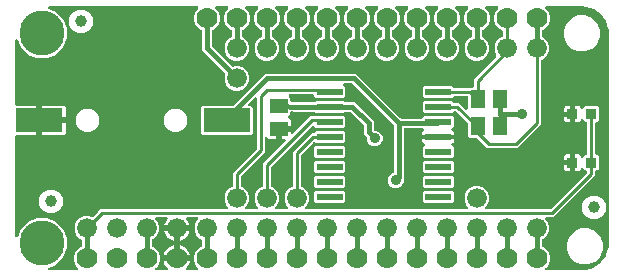
<source format=gbr>
G04 EAGLE Gerber RS-274X export*
G75*
%MOMM*%
%FSLAX34Y34*%
%LPD*%
%INTop Copper*%
%IPPOS*%
%AMOC8*
5,1,8,0,0,1.08239X$1,22.5*%
G01*
%ADD10R,1.240000X1.500000*%
%ADD11C,3.810000*%
%ADD12C,1.778000*%
%ADD13R,4.000000X2.000000*%
%ADD14R,2.200000X0.600000*%
%ADD15R,1.500000X1.240000*%
%ADD16C,1.676400*%
%ADD17R,0.900000X0.900000*%
%ADD18C,1.000000*%
%ADD19C,0.406400*%
%ADD20C,0.906400*%
%ADD21C,0.254000*%

G36*
X55285Y2558D02*
X55285Y2558D01*
X55424Y2571D01*
X55443Y2578D01*
X55464Y2581D01*
X55592Y2632D01*
X55724Y2679D01*
X55740Y2690D01*
X55759Y2698D01*
X55872Y2779D01*
X55987Y2857D01*
X56000Y2873D01*
X56017Y2884D01*
X56105Y2992D01*
X56197Y3096D01*
X56206Y3114D01*
X56219Y3129D01*
X56279Y3255D01*
X56342Y3379D01*
X56346Y3399D01*
X56355Y3417D01*
X56381Y3554D01*
X56411Y3689D01*
X56411Y3710D01*
X56415Y3729D01*
X56406Y3868D01*
X56402Y4007D01*
X56396Y4027D01*
X56395Y4047D01*
X56352Y4179D01*
X56313Y4313D01*
X56303Y4330D01*
X56297Y4349D01*
X56222Y4467D01*
X56152Y4587D01*
X56133Y4608D01*
X56127Y4618D01*
X56112Y4632D01*
X56045Y4707D01*
X54240Y6513D01*
X52577Y10527D01*
X52577Y14873D01*
X54240Y18887D01*
X57313Y21960D01*
X58652Y22514D01*
X58677Y22529D01*
X58705Y22538D01*
X58815Y22608D01*
X58928Y22672D01*
X58949Y22693D01*
X58974Y22708D01*
X59063Y22803D01*
X59156Y22893D01*
X59172Y22918D01*
X59192Y22940D01*
X59255Y23054D01*
X59323Y23164D01*
X59331Y23193D01*
X59346Y23218D01*
X59378Y23344D01*
X59416Y23468D01*
X59418Y23498D01*
X59425Y23526D01*
X59435Y23687D01*
X59435Y27663D01*
X59432Y27692D01*
X59434Y27721D01*
X59412Y27849D01*
X59395Y27978D01*
X59385Y28006D01*
X59380Y28035D01*
X59326Y28153D01*
X59278Y28274D01*
X59261Y28298D01*
X59249Y28325D01*
X59168Y28426D01*
X59092Y28531D01*
X59069Y28550D01*
X59050Y28573D01*
X58947Y28651D01*
X58847Y28734D01*
X58820Y28747D01*
X58796Y28764D01*
X58652Y28835D01*
X57601Y29271D01*
X54671Y32201D01*
X53085Y36028D01*
X53085Y40172D01*
X54671Y43999D01*
X57601Y46929D01*
X61428Y48515D01*
X65572Y48515D01*
X67385Y47764D01*
X67413Y47756D01*
X67440Y47742D01*
X67566Y47714D01*
X67692Y47680D01*
X67721Y47679D01*
X67750Y47673D01*
X67880Y47677D01*
X68010Y47675D01*
X68038Y47682D01*
X68068Y47682D01*
X68192Y47719D01*
X68319Y47749D01*
X68345Y47763D01*
X68373Y47771D01*
X68485Y47837D01*
X68600Y47898D01*
X68622Y47917D01*
X68647Y47932D01*
X68768Y48039D01*
X72526Y51796D01*
X74832Y54103D01*
X182104Y54103D01*
X182242Y54120D01*
X182381Y54133D01*
X182400Y54140D01*
X182420Y54143D01*
X182549Y54194D01*
X182680Y54241D01*
X182697Y54252D01*
X182716Y54260D01*
X182828Y54341D01*
X182943Y54419D01*
X182957Y54435D01*
X182973Y54446D01*
X183062Y54554D01*
X183154Y54658D01*
X183163Y54676D01*
X183176Y54691D01*
X183235Y54817D01*
X183298Y54941D01*
X183303Y54961D01*
X183311Y54979D01*
X183337Y55116D01*
X183368Y55251D01*
X183367Y55272D01*
X183371Y55291D01*
X183362Y55430D01*
X183358Y55569D01*
X183353Y55589D01*
X183351Y55609D01*
X183309Y55741D01*
X183270Y55875D01*
X183260Y55892D01*
X183253Y55911D01*
X183179Y56029D01*
X183108Y56149D01*
X183090Y56170D01*
X183083Y56180D01*
X183068Y56194D01*
X183002Y56269D01*
X181671Y57601D01*
X180085Y61428D01*
X180085Y65572D01*
X181671Y69399D01*
X184601Y72329D01*
X186414Y73080D01*
X186439Y73095D01*
X186467Y73104D01*
X186577Y73173D01*
X186690Y73238D01*
X186711Y73258D01*
X186736Y73274D01*
X186825Y73369D01*
X186918Y73459D01*
X186934Y73484D01*
X186954Y73506D01*
X187017Y73620D01*
X187085Y73730D01*
X187093Y73758D01*
X187108Y73784D01*
X187140Y73910D01*
X187178Y74034D01*
X187180Y74064D01*
X187187Y74092D01*
X187197Y74253D01*
X187197Y85188D01*
X207146Y105136D01*
X207206Y105215D01*
X207274Y105287D01*
X207303Y105340D01*
X207340Y105388D01*
X207380Y105479D01*
X207428Y105565D01*
X207443Y105624D01*
X207467Y105679D01*
X207482Y105777D01*
X207507Y105873D01*
X207513Y105973D01*
X207517Y105994D01*
X207515Y106006D01*
X207517Y106034D01*
X207517Y147905D01*
X207500Y148042D01*
X207487Y148181D01*
X207480Y148200D01*
X207477Y148220D01*
X207426Y148349D01*
X207379Y148480D01*
X207368Y148497D01*
X207360Y148516D01*
X207279Y148628D01*
X207201Y148743D01*
X207185Y148757D01*
X207174Y148773D01*
X207066Y148862D01*
X206962Y148954D01*
X206944Y148963D01*
X206929Y148976D01*
X206803Y149035D01*
X206679Y149098D01*
X206659Y149103D01*
X206641Y149112D01*
X206505Y149138D01*
X206369Y149168D01*
X206348Y149168D01*
X206329Y149171D01*
X206190Y149163D01*
X206051Y149158D01*
X206031Y149153D01*
X206011Y149152D01*
X205879Y149109D01*
X205745Y149070D01*
X205728Y149060D01*
X205709Y149054D01*
X205591Y148979D01*
X205471Y148909D01*
X205450Y148890D01*
X205440Y148883D01*
X205426Y148869D01*
X205351Y148802D01*
X200288Y143739D01*
X200203Y143630D01*
X200114Y143523D01*
X200105Y143504D01*
X200093Y143488D01*
X200037Y143360D01*
X199978Y143235D01*
X199975Y143215D01*
X199967Y143196D01*
X199945Y143058D01*
X199919Y142922D01*
X199920Y142902D01*
X199917Y142882D01*
X199930Y142743D01*
X199938Y142605D01*
X199945Y142586D01*
X199947Y142566D01*
X199994Y142434D01*
X200036Y142303D01*
X200047Y142285D01*
X200054Y142266D01*
X200132Y142151D01*
X200207Y142034D01*
X200221Y142020D01*
X200233Y142003D01*
X200337Y141911D01*
X200438Y141816D01*
X200456Y141806D01*
X200471Y141793D01*
X200595Y141729D01*
X200717Y141662D01*
X200736Y141657D01*
X200754Y141648D01*
X200890Y141618D01*
X201025Y141583D01*
X201053Y141581D01*
X201065Y141578D01*
X201085Y141579D01*
X201185Y141573D01*
X202802Y141573D01*
X203993Y140382D01*
X203993Y118698D01*
X202802Y117507D01*
X161118Y117507D01*
X159927Y118698D01*
X159927Y140382D01*
X161118Y141573D01*
X186099Y141573D01*
X186197Y141585D01*
X186296Y141588D01*
X186354Y141605D01*
X186414Y141613D01*
X186506Y141649D01*
X186601Y141677D01*
X186653Y141707D01*
X186710Y141730D01*
X186790Y141788D01*
X186875Y141838D01*
X186951Y141904D01*
X186967Y141916D01*
X186975Y141926D01*
X186996Y141944D01*
X214216Y169165D01*
X291244Y169165D01*
X328972Y131436D01*
X329050Y131376D01*
X329122Y131308D01*
X329175Y131279D01*
X329223Y131242D01*
X329314Y131202D01*
X329401Y131154D01*
X329459Y131139D01*
X329515Y131115D01*
X329613Y131100D01*
X329709Y131075D01*
X329809Y131069D01*
X329829Y131065D01*
X329841Y131067D01*
X329869Y131065D01*
X346658Y131065D01*
X346776Y131080D01*
X346895Y131087D01*
X346933Y131100D01*
X346974Y131105D01*
X347084Y131148D01*
X347197Y131185D01*
X347232Y131207D01*
X347269Y131222D01*
X347365Y131291D01*
X347466Y131355D01*
X347494Y131385D01*
X347527Y131408D01*
X347603Y131500D01*
X347684Y131587D01*
X347704Y131622D01*
X347729Y131653D01*
X347780Y131761D01*
X347838Y131865D01*
X347848Y131905D01*
X347865Y131941D01*
X347887Y132058D01*
X347892Y132077D01*
X349118Y133303D01*
X372802Y133303D01*
X373993Y132112D01*
X373993Y124428D01*
X372564Y123000D01*
X372487Y122900D01*
X372405Y122805D01*
X372390Y122775D01*
X372369Y122748D01*
X372319Y122633D01*
X372264Y122521D01*
X372257Y122488D01*
X372243Y122457D01*
X372223Y122332D01*
X372197Y122209D01*
X372199Y122176D01*
X372193Y122143D01*
X372205Y122017D01*
X372210Y121892D01*
X372220Y121859D01*
X372223Y121826D01*
X372266Y121708D01*
X372302Y121587D01*
X372319Y121558D01*
X372331Y121527D01*
X372401Y121423D01*
X372466Y121315D01*
X372490Y121291D01*
X372509Y121263D01*
X372604Y121180D01*
X372693Y121092D01*
X372734Y121065D01*
X372748Y121053D01*
X372767Y121043D01*
X372827Y121003D01*
X373520Y120603D01*
X373993Y120130D01*
X374328Y119551D01*
X374501Y118904D01*
X374501Y117069D01*
X361190Y117069D01*
X361072Y117054D01*
X360953Y117047D01*
X360946Y117045D01*
X360890Y117059D01*
X360830Y117063D01*
X360810Y117067D01*
X360790Y117065D01*
X360730Y117069D01*
X347419Y117069D01*
X347419Y118904D01*
X347592Y119551D01*
X347927Y120130D01*
X348447Y120650D01*
X348453Y120655D01*
X348571Y120740D01*
X348580Y120751D01*
X348590Y120759D01*
X348681Y120873D01*
X348774Y120985D01*
X348780Y120998D01*
X348788Y121008D01*
X348848Y121142D01*
X348909Y121273D01*
X348912Y121286D01*
X348917Y121298D01*
X348942Y121443D01*
X348969Y121586D01*
X348968Y121599D01*
X348971Y121612D01*
X348959Y121758D01*
X348949Y121903D01*
X348945Y121916D01*
X348944Y121929D01*
X348896Y122067D01*
X348851Y122205D01*
X348844Y122217D01*
X348840Y122229D01*
X348759Y122351D01*
X348681Y122474D01*
X348672Y122483D01*
X348664Y122494D01*
X348556Y122592D01*
X348450Y122692D01*
X348438Y122699D01*
X348428Y122707D01*
X348299Y122775D01*
X348171Y122846D01*
X348158Y122849D01*
X348146Y122855D01*
X348004Y122889D01*
X347863Y122925D01*
X347845Y122926D01*
X347837Y122928D01*
X347820Y122928D01*
X347703Y122935D01*
X332994Y122935D01*
X332876Y122920D01*
X332757Y122913D01*
X332719Y122900D01*
X332678Y122895D01*
X332568Y122852D01*
X332455Y122815D01*
X332420Y122793D01*
X332383Y122778D01*
X332287Y122709D01*
X332186Y122645D01*
X332158Y122615D01*
X332125Y122592D01*
X332049Y122500D01*
X331968Y122413D01*
X331948Y122378D01*
X331923Y122347D01*
X331872Y122239D01*
X331814Y122135D01*
X331804Y122095D01*
X331787Y122059D01*
X331765Y121942D01*
X331735Y121827D01*
X331731Y121767D01*
X331727Y121747D01*
X331729Y121726D01*
X331725Y121666D01*
X331725Y79319D01*
X331720Y79287D01*
X331695Y79191D01*
X331689Y79091D01*
X331685Y79071D01*
X331687Y79059D01*
X331685Y79031D01*
X331685Y77434D01*
X330685Y75021D01*
X328839Y73175D01*
X326426Y72175D01*
X323814Y72175D01*
X321401Y73175D01*
X319555Y75021D01*
X318555Y77434D01*
X318555Y80046D01*
X319555Y82459D01*
X321401Y84305D01*
X322812Y84890D01*
X322837Y84904D01*
X322865Y84913D01*
X322975Y84983D01*
X323088Y85047D01*
X323109Y85068D01*
X323134Y85083D01*
X323223Y85178D01*
X323316Y85268D01*
X323332Y85294D01*
X323352Y85315D01*
X323415Y85429D01*
X323483Y85539D01*
X323491Y85568D01*
X323506Y85594D01*
X323538Y85719D01*
X323576Y85843D01*
X323578Y85873D01*
X323585Y85901D01*
X323595Y86062D01*
X323595Y124791D01*
X323583Y124889D01*
X323580Y124988D01*
X323563Y125046D01*
X323555Y125106D01*
X323519Y125198D01*
X323491Y125293D01*
X323461Y125345D01*
X323438Y125402D01*
X323380Y125482D01*
X323330Y125567D01*
X323264Y125643D01*
X323252Y125659D01*
X323242Y125667D01*
X323224Y125688D01*
X288248Y160664D01*
X288170Y160724D01*
X288098Y160792D01*
X288045Y160821D01*
X287997Y160858D01*
X287906Y160898D01*
X287819Y160946D01*
X287761Y160961D01*
X287705Y160985D01*
X287607Y161000D01*
X287511Y161025D01*
X287411Y161031D01*
X287391Y161035D01*
X287379Y161033D01*
X287351Y161035D01*
X281534Y161035D01*
X281396Y161018D01*
X281257Y161005D01*
X281238Y160998D01*
X281218Y160995D01*
X281089Y160944D01*
X280958Y160897D01*
X280941Y160886D01*
X280922Y160878D01*
X280810Y160797D01*
X280695Y160719D01*
X280682Y160703D01*
X280665Y160692D01*
X280576Y160584D01*
X280484Y160480D01*
X280475Y160462D01*
X280462Y160447D01*
X280403Y160321D01*
X280340Y160197D01*
X280335Y160177D01*
X280327Y160159D01*
X280301Y160022D01*
X280270Y159887D01*
X280271Y159866D01*
X280267Y159847D01*
X280276Y159708D01*
X280280Y159569D01*
X280285Y159549D01*
X280287Y159529D01*
X280330Y159397D01*
X280368Y159263D01*
X280379Y159246D01*
X280385Y159227D01*
X280459Y159109D01*
X280530Y158989D01*
X280548Y158968D01*
X280555Y158958D01*
X280570Y158944D01*
X280636Y158869D01*
X281993Y157512D01*
X281993Y149828D01*
X280802Y148637D01*
X257118Y148637D01*
X255927Y149828D01*
X255927Y150368D01*
X255912Y150486D01*
X255905Y150605D01*
X255892Y150643D01*
X255887Y150684D01*
X255844Y150794D01*
X255807Y150907D01*
X255785Y150942D01*
X255770Y150979D01*
X255701Y151075D01*
X255637Y151176D01*
X255607Y151204D01*
X255584Y151237D01*
X255492Y151313D01*
X255405Y151394D01*
X255370Y151414D01*
X255339Y151439D01*
X255231Y151490D01*
X255127Y151548D01*
X255087Y151558D01*
X255051Y151575D01*
X254934Y151597D01*
X254819Y151627D01*
X254759Y151631D01*
X254739Y151635D01*
X254718Y151633D01*
X254658Y151637D01*
X235642Y151637D01*
X235504Y151620D01*
X235365Y151607D01*
X235346Y151600D01*
X235326Y151597D01*
X235197Y151546D01*
X235066Y151499D01*
X235049Y151488D01*
X235030Y151480D01*
X234918Y151399D01*
X234803Y151321D01*
X234790Y151305D01*
X234773Y151294D01*
X234684Y151186D01*
X234592Y151082D01*
X234583Y151064D01*
X234570Y151049D01*
X234511Y150923D01*
X234448Y150799D01*
X234443Y150779D01*
X234435Y150761D01*
X234409Y150624D01*
X234378Y150489D01*
X234379Y150468D01*
X234375Y150449D01*
X234384Y150310D01*
X234388Y150171D01*
X234393Y150151D01*
X234395Y150131D01*
X234437Y149999D01*
X234476Y149865D01*
X234487Y149848D01*
X234493Y149829D01*
X234567Y149711D01*
X234638Y149591D01*
X234656Y149570D01*
X234663Y149560D01*
X234678Y149546D01*
X234744Y149471D01*
X235593Y148622D01*
X235593Y146502D01*
X235605Y146408D01*
X235607Y146313D01*
X235624Y146251D01*
X235633Y146187D01*
X235667Y146099D01*
X235693Y146007D01*
X235726Y145951D01*
X235750Y145891D01*
X235805Y145814D01*
X235853Y145732D01*
X235898Y145686D01*
X235936Y145634D01*
X236010Y145573D01*
X236076Y145506D01*
X236131Y145472D01*
X236181Y145431D01*
X236267Y145390D01*
X236348Y145342D01*
X236411Y145323D01*
X236469Y145295D01*
X236562Y145278D01*
X236653Y145250D01*
X236763Y145239D01*
X236781Y145236D01*
X236791Y145236D01*
X236813Y145234D01*
X241964Y145036D01*
X241978Y145037D01*
X242013Y145035D01*
X255624Y145035D01*
X255722Y145047D01*
X255821Y145050D01*
X255880Y145067D01*
X255940Y145075D01*
X256032Y145111D01*
X256127Y145139D01*
X256179Y145169D01*
X256235Y145192D01*
X256316Y145250D01*
X256401Y145300D01*
X256476Y145366D01*
X256493Y145378D01*
X256501Y145388D01*
X256522Y145406D01*
X257118Y146003D01*
X280802Y146003D01*
X281398Y145407D01*
X281476Y145346D01*
X281549Y145278D01*
X281602Y145249D01*
X281649Y145212D01*
X281740Y145172D01*
X281827Y145124D01*
X281886Y145109D01*
X281941Y145085D01*
X282039Y145070D01*
X282135Y145045D01*
X282235Y145039D01*
X282255Y145035D01*
X282268Y145037D01*
X282296Y145035D01*
X289974Y145035D01*
X306325Y128684D01*
X306325Y122134D01*
X306340Y122016D01*
X306347Y121897D01*
X306360Y121859D01*
X306365Y121818D01*
X306408Y121708D01*
X306445Y121595D01*
X306467Y121560D01*
X306482Y121523D01*
X306551Y121427D01*
X306615Y121326D01*
X306645Y121298D01*
X306668Y121265D01*
X306760Y121189D01*
X306847Y121108D01*
X306882Y121088D01*
X306913Y121063D01*
X307021Y121012D01*
X307125Y120954D01*
X307165Y120944D01*
X307201Y120927D01*
X307318Y120905D01*
X307433Y120875D01*
X307493Y120871D01*
X307513Y120867D01*
X307534Y120869D01*
X307594Y120865D01*
X308646Y120865D01*
X311059Y119865D01*
X312905Y118019D01*
X313905Y115606D01*
X313905Y112994D01*
X312905Y110581D01*
X311059Y108735D01*
X308646Y107735D01*
X306034Y107735D01*
X303621Y108735D01*
X301775Y110581D01*
X300775Y112994D01*
X300775Y114591D01*
X300763Y114689D01*
X300760Y114788D01*
X300743Y114846D01*
X300735Y114906D01*
X300699Y114998D01*
X300671Y115093D01*
X300641Y115145D01*
X300618Y115202D01*
X300560Y115282D01*
X300510Y115367D01*
X300444Y115443D01*
X300432Y115459D01*
X300422Y115467D01*
X300404Y115488D01*
X298195Y117696D01*
X298195Y124791D01*
X298183Y124889D01*
X298180Y124988D01*
X298163Y125046D01*
X298155Y125106D01*
X298119Y125198D01*
X298091Y125293D01*
X298061Y125345D01*
X298038Y125402D01*
X297980Y125482D01*
X297930Y125567D01*
X297864Y125643D01*
X297852Y125659D01*
X297842Y125667D01*
X297824Y125688D01*
X286978Y136534D01*
X286900Y136594D01*
X286828Y136662D01*
X286775Y136691D01*
X286727Y136728D01*
X286636Y136768D01*
X286549Y136816D01*
X286491Y136831D01*
X286435Y136855D01*
X286337Y136870D01*
X286241Y136895D01*
X286141Y136901D01*
X286121Y136905D01*
X286109Y136903D01*
X286081Y136905D01*
X282296Y136905D01*
X282198Y136893D01*
X282098Y136890D01*
X282040Y136873D01*
X281980Y136865D01*
X281888Y136829D01*
X281793Y136801D01*
X281741Y136771D01*
X281684Y136748D01*
X281604Y136690D01*
X281519Y136640D01*
X281444Y136574D01*
X281427Y136562D01*
X281419Y136552D01*
X281398Y136533D01*
X280802Y135937D01*
X257118Y135937D01*
X256522Y136534D01*
X256443Y136594D01*
X256371Y136662D01*
X256318Y136691D01*
X256270Y136728D01*
X256180Y136768D01*
X256093Y136816D01*
X256034Y136831D01*
X255979Y136855D01*
X255881Y136870D01*
X255785Y136895D01*
X255685Y136901D01*
X255665Y136905D01*
X255652Y136903D01*
X255624Y136905D01*
X244000Y136905D01*
X243926Y136896D01*
X243851Y136896D01*
X243769Y136876D01*
X243685Y136865D01*
X243615Y136838D01*
X243611Y136837D01*
X241856Y136904D01*
X241842Y136903D01*
X241807Y136905D01*
X240049Y136905D01*
X239971Y136939D01*
X239897Y136951D01*
X239825Y136972D01*
X239665Y136989D01*
X236911Y137095D01*
X236768Y137082D01*
X236625Y137073D01*
X236610Y137068D01*
X236594Y137067D01*
X236459Y137019D01*
X236323Y136975D01*
X236309Y136967D01*
X236294Y136961D01*
X236175Y136882D01*
X236054Y136805D01*
X236043Y136794D01*
X236030Y136785D01*
X235934Y136678D01*
X235836Y136573D01*
X235828Y136559D01*
X235818Y136548D01*
X235752Y136421D01*
X235682Y136295D01*
X235678Y136279D01*
X235671Y136265D01*
X235659Y136213D01*
X235655Y136205D01*
X235646Y136155D01*
X235639Y136126D01*
X235603Y135987D01*
X235602Y135965D01*
X235599Y135956D01*
X235600Y135937D01*
X235598Y135905D01*
X235595Y135892D01*
X235596Y135879D01*
X235593Y135826D01*
X235593Y134538D01*
X234228Y133173D01*
X234151Y133074D01*
X234069Y132979D01*
X234054Y132949D01*
X234033Y132922D01*
X233983Y132807D01*
X233927Y132694D01*
X233920Y132661D01*
X233907Y132630D01*
X233887Y132506D01*
X233861Y132383D01*
X233862Y132349D01*
X233857Y132316D01*
X233868Y132191D01*
X233874Y132065D01*
X233883Y132033D01*
X233887Y131999D01*
X233929Y131881D01*
X233965Y131761D01*
X233983Y131732D01*
X233994Y131700D01*
X234065Y131596D01*
X234130Y131488D01*
X234154Y131465D01*
X234173Y131437D01*
X234267Y131354D01*
X234357Y131266D01*
X234397Y131239D01*
X234411Y131226D01*
X234431Y131216D01*
X234491Y131176D01*
X235120Y130813D01*
X235593Y130340D01*
X235928Y129761D01*
X236101Y129114D01*
X236101Y125119D01*
X227330Y125119D01*
X227212Y125104D01*
X227093Y125097D01*
X227055Y125084D01*
X227015Y125079D01*
X226904Y125035D01*
X226791Y124999D01*
X226756Y124977D01*
X226719Y124962D01*
X226623Y124892D01*
X226522Y124829D01*
X226494Y124799D01*
X226462Y124775D01*
X226386Y124684D01*
X226304Y124597D01*
X226285Y124562D01*
X226259Y124530D01*
X226208Y124423D01*
X226151Y124319D01*
X226140Y124279D01*
X226123Y124243D01*
X226101Y124126D01*
X226071Y124011D01*
X226067Y123950D01*
X226063Y123930D01*
X226065Y123910D01*
X226061Y123850D01*
X226061Y122579D01*
X224790Y122579D01*
X224672Y122564D01*
X224553Y122557D01*
X224515Y122544D01*
X224475Y122539D01*
X224364Y122495D01*
X224251Y122459D01*
X224216Y122437D01*
X224179Y122422D01*
X224083Y122352D01*
X223982Y122289D01*
X223954Y122259D01*
X223921Y122235D01*
X223846Y122144D01*
X223764Y122057D01*
X223744Y122022D01*
X223719Y121990D01*
X223668Y121883D01*
X223610Y121779D01*
X223600Y121739D01*
X223583Y121703D01*
X223561Y121586D01*
X223531Y121471D01*
X223527Y121410D01*
X223523Y121390D01*
X223525Y121370D01*
X223521Y121310D01*
X223521Y113839D01*
X218226Y113839D01*
X217579Y114012D01*
X217000Y114347D01*
X216527Y114820D01*
X216491Y114882D01*
X216423Y114972D01*
X216378Y115043D01*
X216354Y115065D01*
X216318Y115116D01*
X216307Y115124D01*
X216299Y115135D01*
X216185Y115226D01*
X216175Y115234D01*
X216146Y115261D01*
X216135Y115267D01*
X216073Y115319D01*
X216060Y115324D01*
X216050Y115333D01*
X215916Y115392D01*
X215785Y115454D01*
X215772Y115457D01*
X215759Y115462D01*
X215616Y115487D01*
X215472Y115514D01*
X215459Y115513D01*
X215446Y115515D01*
X215301Y115503D01*
X215155Y115494D01*
X215142Y115490D01*
X215129Y115489D01*
X214991Y115441D01*
X214853Y115396D01*
X214841Y115389D01*
X214828Y115385D01*
X214707Y115304D01*
X214584Y115226D01*
X214575Y115216D01*
X214563Y115209D01*
X214466Y115101D01*
X214366Y114994D01*
X214359Y114983D01*
X214350Y114973D01*
X214283Y114844D01*
X214212Y114716D01*
X214209Y114703D01*
X214203Y114691D01*
X214191Y114639D01*
X214185Y114628D01*
X214173Y114565D01*
X214169Y114549D01*
X214133Y114408D01*
X214132Y114390D01*
X214130Y114381D01*
X214130Y114365D01*
X214128Y114329D01*
X214125Y114315D01*
X214126Y114301D01*
X214123Y114247D01*
X214123Y102772D01*
X194174Y82824D01*
X194114Y82745D01*
X194046Y82673D01*
X194017Y82620D01*
X193980Y82572D01*
X193940Y82481D01*
X193892Y82395D01*
X193877Y82336D01*
X193853Y82281D01*
X193838Y82183D01*
X193813Y82087D01*
X193807Y81987D01*
X193803Y81966D01*
X193805Y81954D01*
X193803Y81926D01*
X193803Y74253D01*
X193806Y74224D01*
X193804Y74194D01*
X193826Y74066D01*
X193843Y73937D01*
X193853Y73910D01*
X193858Y73881D01*
X193912Y73762D01*
X193960Y73642D01*
X193977Y73618D01*
X193989Y73591D01*
X194070Y73489D01*
X194146Y73384D01*
X194169Y73365D01*
X194188Y73342D01*
X194291Y73264D01*
X194391Y73181D01*
X194418Y73169D01*
X194442Y73151D01*
X194586Y73080D01*
X196399Y72329D01*
X199329Y69399D01*
X200915Y65572D01*
X200915Y61428D01*
X199329Y57601D01*
X197998Y56269D01*
X197913Y56160D01*
X197824Y56053D01*
X197816Y56034D01*
X197803Y56018D01*
X197748Y55891D01*
X197689Y55765D01*
X197685Y55745D01*
X197677Y55726D01*
X197655Y55588D01*
X197629Y55452D01*
X197630Y55432D01*
X197627Y55412D01*
X197640Y55273D01*
X197649Y55135D01*
X197655Y55116D01*
X197657Y55096D01*
X197704Y54964D01*
X197747Y54833D01*
X197758Y54815D01*
X197764Y54796D01*
X197842Y54681D01*
X197917Y54564D01*
X197932Y54550D01*
X197943Y54533D01*
X198047Y54441D01*
X198148Y54346D01*
X198166Y54336D01*
X198181Y54323D01*
X198306Y54259D01*
X198427Y54192D01*
X198447Y54187D01*
X198465Y54178D01*
X198600Y54148D01*
X198735Y54113D01*
X198763Y54111D01*
X198775Y54108D01*
X198795Y54109D01*
X198896Y54103D01*
X207504Y54103D01*
X207642Y54120D01*
X207781Y54133D01*
X207800Y54140D01*
X207820Y54143D01*
X207949Y54194D01*
X208080Y54241D01*
X208097Y54252D01*
X208116Y54260D01*
X208228Y54341D01*
X208343Y54419D01*
X208357Y54435D01*
X208373Y54446D01*
X208462Y54554D01*
X208554Y54658D01*
X208563Y54676D01*
X208576Y54691D01*
X208635Y54817D01*
X208698Y54941D01*
X208703Y54961D01*
X208711Y54979D01*
X208737Y55116D01*
X208768Y55251D01*
X208767Y55272D01*
X208771Y55291D01*
X208762Y55430D01*
X208758Y55569D01*
X208753Y55589D01*
X208751Y55609D01*
X208709Y55741D01*
X208670Y55875D01*
X208660Y55892D01*
X208653Y55911D01*
X208579Y56029D01*
X208508Y56149D01*
X208490Y56170D01*
X208483Y56180D01*
X208468Y56194D01*
X208402Y56269D01*
X207071Y57601D01*
X205485Y61428D01*
X205485Y65572D01*
X207071Y69399D01*
X210001Y72329D01*
X211814Y73080D01*
X211839Y73095D01*
X211867Y73104D01*
X211977Y73173D01*
X212090Y73238D01*
X212111Y73258D01*
X212136Y73274D01*
X212225Y73369D01*
X212318Y73459D01*
X212334Y73484D01*
X212354Y73506D01*
X212417Y73620D01*
X212485Y73730D01*
X212493Y73758D01*
X212508Y73784D01*
X212540Y73910D01*
X212578Y74034D01*
X212580Y74064D01*
X212587Y74092D01*
X212597Y74253D01*
X212597Y92808D01*
X231462Y111673D01*
X231547Y111782D01*
X231636Y111889D01*
X231644Y111908D01*
X231657Y111924D01*
X231712Y112052D01*
X231771Y112177D01*
X231775Y112197D01*
X231783Y112216D01*
X231805Y112354D01*
X231831Y112490D01*
X231830Y112510D01*
X231833Y112530D01*
X231820Y112669D01*
X231811Y112807D01*
X231805Y112826D01*
X231803Y112846D01*
X231756Y112977D01*
X231713Y113109D01*
X231702Y113127D01*
X231695Y113146D01*
X231617Y113261D01*
X231543Y113378D01*
X231528Y113392D01*
X231517Y113409D01*
X231413Y113501D01*
X231311Y113596D01*
X231294Y113606D01*
X231278Y113619D01*
X231155Y113682D01*
X231033Y113750D01*
X231013Y113755D01*
X230995Y113764D01*
X230859Y113794D01*
X230725Y113829D01*
X230697Y113831D01*
X230685Y113834D01*
X230664Y113833D01*
X230564Y113839D01*
X228599Y113839D01*
X228599Y120041D01*
X236101Y120041D01*
X236101Y119376D01*
X236118Y119238D01*
X236131Y119099D01*
X236138Y119080D01*
X236141Y119060D01*
X236192Y118931D01*
X236239Y118800D01*
X236250Y118783D01*
X236258Y118765D01*
X236339Y118652D01*
X236417Y118537D01*
X236433Y118524D01*
X236444Y118507D01*
X236552Y118419D01*
X236656Y118326D01*
X236674Y118317D01*
X236689Y118304D01*
X236815Y118245D01*
X236939Y118182D01*
X236959Y118177D01*
X236977Y118169D01*
X237113Y118143D01*
X237249Y118112D01*
X237270Y118113D01*
X237289Y118109D01*
X237428Y118118D01*
X237567Y118122D01*
X237587Y118128D01*
X237607Y118129D01*
X237739Y118172D01*
X237873Y118210D01*
X237890Y118221D01*
X237909Y118227D01*
X238027Y118301D01*
X238147Y118372D01*
X238168Y118390D01*
X238178Y118397D01*
X238192Y118412D01*
X238267Y118478D01*
X250326Y130536D01*
X252632Y132843D01*
X256132Y132843D01*
X256230Y132855D01*
X256329Y132858D01*
X256388Y132875D01*
X256448Y132883D01*
X256540Y132919D01*
X256635Y132947D01*
X256687Y132977D01*
X256743Y133000D01*
X256824Y133058D01*
X256909Y133108D01*
X256984Y133174D01*
X257001Y133186D01*
X257009Y133196D01*
X257030Y133214D01*
X257118Y133303D01*
X280802Y133303D01*
X281993Y132112D01*
X281993Y124428D01*
X280802Y123237D01*
X257118Y123237D01*
X255641Y124715D01*
X255546Y124788D01*
X255457Y124867D01*
X255421Y124885D01*
X255389Y124910D01*
X255280Y124957D01*
X255174Y125011D01*
X255135Y125020D01*
X255097Y125036D01*
X254980Y125055D01*
X254864Y125081D01*
X254823Y125080D01*
X254783Y125086D01*
X254665Y125075D01*
X254546Y125071D01*
X254507Y125060D01*
X254467Y125056D01*
X254354Y125016D01*
X254240Y124983D01*
X254206Y124962D01*
X254167Y124948D01*
X254069Y124882D01*
X253966Y124821D01*
X253921Y124781D01*
X253904Y124770D01*
X253891Y124755D01*
X253846Y124715D01*
X219574Y90444D01*
X219514Y90365D01*
X219446Y90293D01*
X219417Y90240D01*
X219380Y90192D01*
X219340Y90101D01*
X219292Y90015D01*
X219277Y89956D01*
X219253Y89901D01*
X219238Y89803D01*
X219213Y89707D01*
X219207Y89607D01*
X219203Y89586D01*
X219205Y89574D01*
X219203Y89546D01*
X219203Y74253D01*
X219206Y74224D01*
X219204Y74194D01*
X219226Y74066D01*
X219243Y73937D01*
X219253Y73910D01*
X219258Y73881D01*
X219312Y73762D01*
X219360Y73642D01*
X219377Y73618D01*
X219389Y73591D01*
X219470Y73489D01*
X219546Y73384D01*
X219569Y73365D01*
X219588Y73342D01*
X219691Y73264D01*
X219791Y73181D01*
X219818Y73169D01*
X219842Y73151D01*
X219986Y73080D01*
X221799Y72329D01*
X224729Y69399D01*
X226315Y65572D01*
X226315Y61428D01*
X224729Y57601D01*
X223398Y56269D01*
X223313Y56160D01*
X223224Y56053D01*
X223216Y56034D01*
X223203Y56018D01*
X223148Y55891D01*
X223089Y55765D01*
X223085Y55745D01*
X223077Y55726D01*
X223055Y55588D01*
X223029Y55452D01*
X223030Y55432D01*
X223027Y55412D01*
X223040Y55273D01*
X223049Y55135D01*
X223055Y55116D01*
X223057Y55096D01*
X223104Y54964D01*
X223147Y54833D01*
X223158Y54815D01*
X223164Y54796D01*
X223242Y54681D01*
X223317Y54564D01*
X223332Y54550D01*
X223343Y54533D01*
X223447Y54441D01*
X223548Y54346D01*
X223566Y54336D01*
X223581Y54323D01*
X223706Y54259D01*
X223827Y54192D01*
X223847Y54187D01*
X223865Y54178D01*
X224000Y54148D01*
X224135Y54113D01*
X224163Y54111D01*
X224175Y54108D01*
X224195Y54109D01*
X224296Y54103D01*
X232904Y54103D01*
X233042Y54120D01*
X233181Y54133D01*
X233200Y54140D01*
X233220Y54143D01*
X233349Y54194D01*
X233480Y54241D01*
X233497Y54252D01*
X233516Y54260D01*
X233628Y54341D01*
X233743Y54419D01*
X233757Y54435D01*
X233773Y54446D01*
X233862Y54554D01*
X233954Y54658D01*
X233963Y54676D01*
X233976Y54691D01*
X234035Y54817D01*
X234098Y54941D01*
X234103Y54961D01*
X234111Y54979D01*
X234137Y55116D01*
X234168Y55251D01*
X234167Y55272D01*
X234171Y55291D01*
X234162Y55430D01*
X234158Y55569D01*
X234153Y55589D01*
X234151Y55609D01*
X234109Y55741D01*
X234070Y55875D01*
X234060Y55892D01*
X234053Y55911D01*
X233979Y56029D01*
X233908Y56149D01*
X233890Y56170D01*
X233883Y56180D01*
X233868Y56194D01*
X233802Y56269D01*
X232471Y57601D01*
X230885Y61428D01*
X230885Y65572D01*
X232471Y69399D01*
X235401Y72329D01*
X237214Y73080D01*
X237239Y73095D01*
X237267Y73104D01*
X237377Y73173D01*
X237490Y73238D01*
X237511Y73258D01*
X237536Y73274D01*
X237625Y73369D01*
X237718Y73459D01*
X237734Y73484D01*
X237754Y73506D01*
X237817Y73620D01*
X237885Y73730D01*
X237893Y73758D01*
X237908Y73784D01*
X237940Y73910D01*
X237978Y74034D01*
X237980Y74064D01*
X237987Y74092D01*
X237997Y74253D01*
X237997Y102968D01*
X253902Y118873D01*
X254862Y118873D01*
X254960Y118885D01*
X255059Y118888D01*
X255118Y118905D01*
X255178Y118913D01*
X255270Y118949D01*
X255365Y118977D01*
X255417Y119007D01*
X255473Y119030D01*
X255554Y119088D01*
X255639Y119138D01*
X255714Y119204D01*
X255731Y119216D01*
X255739Y119226D01*
X255760Y119244D01*
X257118Y120603D01*
X280802Y120603D01*
X281993Y119412D01*
X281993Y111728D01*
X280802Y110537D01*
X257118Y110537D01*
X256911Y110745D01*
X256816Y110818D01*
X256727Y110897D01*
X256691Y110915D01*
X256659Y110940D01*
X256550Y110987D01*
X256444Y111041D01*
X256405Y111050D01*
X256367Y111066D01*
X256250Y111085D01*
X256134Y111111D01*
X256093Y111110D01*
X256053Y111116D01*
X255935Y111105D01*
X255816Y111101D01*
X255777Y111090D01*
X255737Y111086D01*
X255624Y111046D01*
X255510Y111013D01*
X255476Y110992D01*
X255437Y110978D01*
X255339Y110911D01*
X255236Y110851D01*
X255191Y110811D01*
X255174Y110800D01*
X255161Y110785D01*
X255116Y110745D01*
X244974Y100604D01*
X244914Y100525D01*
X244846Y100453D01*
X244817Y100400D01*
X244780Y100352D01*
X244740Y100261D01*
X244692Y100175D01*
X244677Y100116D01*
X244653Y100061D01*
X244638Y99963D01*
X244613Y99867D01*
X244607Y99767D01*
X244603Y99746D01*
X244605Y99734D01*
X244603Y99706D01*
X244603Y74253D01*
X244606Y74224D01*
X244604Y74194D01*
X244626Y74066D01*
X244643Y73937D01*
X244653Y73910D01*
X244658Y73881D01*
X244712Y73762D01*
X244760Y73642D01*
X244777Y73618D01*
X244789Y73591D01*
X244870Y73489D01*
X244946Y73384D01*
X244969Y73365D01*
X244988Y73342D01*
X245091Y73264D01*
X245191Y73181D01*
X245218Y73169D01*
X245242Y73151D01*
X245386Y73080D01*
X247199Y72329D01*
X250129Y69399D01*
X251715Y65572D01*
X251715Y61428D01*
X250129Y57601D01*
X248798Y56269D01*
X248713Y56160D01*
X248624Y56053D01*
X248616Y56034D01*
X248603Y56018D01*
X248548Y55891D01*
X248489Y55765D01*
X248485Y55745D01*
X248477Y55726D01*
X248455Y55588D01*
X248429Y55452D01*
X248430Y55432D01*
X248427Y55412D01*
X248440Y55273D01*
X248449Y55135D01*
X248455Y55116D01*
X248457Y55096D01*
X248504Y54964D01*
X248547Y54833D01*
X248558Y54815D01*
X248564Y54796D01*
X248642Y54681D01*
X248717Y54564D01*
X248732Y54550D01*
X248743Y54533D01*
X248847Y54441D01*
X248948Y54346D01*
X248966Y54336D01*
X248981Y54323D01*
X249106Y54259D01*
X249227Y54192D01*
X249247Y54187D01*
X249265Y54178D01*
X249400Y54148D01*
X249535Y54113D01*
X249563Y54111D01*
X249575Y54108D01*
X249595Y54109D01*
X249696Y54103D01*
X385304Y54103D01*
X385442Y54120D01*
X385581Y54133D01*
X385600Y54140D01*
X385620Y54143D01*
X385749Y54194D01*
X385880Y54241D01*
X385897Y54252D01*
X385916Y54260D01*
X386028Y54341D01*
X386143Y54419D01*
X386157Y54435D01*
X386173Y54446D01*
X386262Y54554D01*
X386354Y54658D01*
X386363Y54676D01*
X386376Y54691D01*
X386435Y54817D01*
X386498Y54941D01*
X386503Y54961D01*
X386511Y54979D01*
X386537Y55116D01*
X386568Y55251D01*
X386567Y55272D01*
X386571Y55291D01*
X386562Y55430D01*
X386558Y55569D01*
X386553Y55589D01*
X386551Y55609D01*
X386509Y55741D01*
X386470Y55875D01*
X386460Y55892D01*
X386453Y55911D01*
X386379Y56029D01*
X386308Y56149D01*
X386290Y56170D01*
X386283Y56180D01*
X386268Y56194D01*
X386202Y56269D01*
X384871Y57601D01*
X383285Y61428D01*
X383285Y65572D01*
X384871Y69399D01*
X387801Y72329D01*
X391628Y73915D01*
X395772Y73915D01*
X399599Y72329D01*
X402529Y69399D01*
X404115Y65572D01*
X404115Y61428D01*
X402529Y57601D01*
X401198Y56269D01*
X401113Y56160D01*
X401024Y56053D01*
X401016Y56034D01*
X401003Y56018D01*
X400948Y55891D01*
X400889Y55765D01*
X400885Y55745D01*
X400877Y55726D01*
X400855Y55588D01*
X400829Y55452D01*
X400830Y55432D01*
X400827Y55412D01*
X400840Y55273D01*
X400849Y55135D01*
X400855Y55116D01*
X400857Y55096D01*
X400904Y54964D01*
X400947Y54833D01*
X400958Y54815D01*
X400964Y54796D01*
X401042Y54681D01*
X401117Y54564D01*
X401132Y54550D01*
X401143Y54533D01*
X401247Y54441D01*
X401348Y54346D01*
X401366Y54336D01*
X401381Y54323D01*
X401506Y54259D01*
X401627Y54192D01*
X401647Y54187D01*
X401665Y54178D01*
X401800Y54148D01*
X401935Y54113D01*
X401963Y54111D01*
X401975Y54108D01*
X401995Y54109D01*
X402096Y54103D01*
X455306Y54103D01*
X455404Y54115D01*
X455503Y54118D01*
X455562Y54135D01*
X455622Y54143D01*
X455714Y54179D01*
X455809Y54207D01*
X455861Y54237D01*
X455917Y54260D01*
X455997Y54318D01*
X456083Y54368D01*
X456158Y54434D01*
X456175Y54446D01*
X456183Y54456D01*
X456204Y54474D01*
X486546Y84816D01*
X486606Y84895D01*
X486674Y84967D01*
X486703Y85020D01*
X486740Y85068D01*
X486780Y85159D01*
X486828Y85245D01*
X486843Y85304D01*
X486867Y85359D01*
X486882Y85457D01*
X486907Y85553D01*
X486913Y85653D01*
X486917Y85674D01*
X486915Y85686D01*
X486917Y85714D01*
X486917Y85998D01*
X486902Y86116D01*
X486895Y86235D01*
X486882Y86273D01*
X486877Y86314D01*
X486834Y86424D01*
X486797Y86537D01*
X486775Y86572D01*
X486760Y86609D01*
X486691Y86705D01*
X486627Y86806D01*
X486597Y86834D01*
X486574Y86867D01*
X486482Y86943D01*
X486395Y87024D01*
X486360Y87044D01*
X486329Y87069D01*
X486221Y87120D01*
X486117Y87178D01*
X486077Y87188D01*
X486041Y87205D01*
X485924Y87227D01*
X485809Y87257D01*
X485749Y87261D01*
X485729Y87265D01*
X485708Y87263D01*
X485648Y87267D01*
X485258Y87267D01*
X484056Y88469D01*
X484048Y88532D01*
X484031Y88683D01*
X484028Y88689D01*
X484027Y88696D01*
X483971Y88838D01*
X483917Y88980D01*
X483913Y88986D01*
X483910Y88992D01*
X483821Y89115D01*
X483733Y89239D01*
X483727Y89244D01*
X483724Y89249D01*
X483606Y89346D01*
X483490Y89445D01*
X483484Y89448D01*
X483479Y89452D01*
X483341Y89517D01*
X483204Y89583D01*
X483197Y89585D01*
X483191Y89588D01*
X483043Y89616D01*
X482892Y89646D01*
X482885Y89646D01*
X482879Y89647D01*
X482728Y89638D01*
X482574Y89630D01*
X482568Y89628D01*
X482561Y89628D01*
X482417Y89581D01*
X482271Y89535D01*
X482265Y89532D01*
X482259Y89530D01*
X482130Y89448D01*
X482000Y89368D01*
X481996Y89363D01*
X481990Y89359D01*
X481885Y89248D01*
X481780Y89139D01*
X481777Y89133D01*
X481772Y89128D01*
X481698Y88994D01*
X481623Y88862D01*
X481621Y88853D01*
X481618Y88849D01*
X481616Y88839D01*
X481572Y88709D01*
X481468Y88319D01*
X481133Y87740D01*
X480660Y87267D01*
X480081Y86932D01*
X479434Y86759D01*
X476849Y86759D01*
X476849Y92820D01*
X476834Y92938D01*
X476827Y93057D01*
X476814Y93095D01*
X476809Y93135D01*
X476766Y93246D01*
X476729Y93359D01*
X476707Y93393D01*
X476692Y93431D01*
X476623Y93527D01*
X476559Y93628D01*
X476529Y93656D01*
X476506Y93688D01*
X476414Y93764D01*
X476380Y93796D01*
X476388Y93801D01*
X476416Y93831D01*
X476449Y93855D01*
X476525Y93946D01*
X476606Y94033D01*
X476626Y94068D01*
X476651Y94100D01*
X476702Y94207D01*
X476760Y94312D01*
X476770Y94351D01*
X476787Y94387D01*
X476809Y94504D01*
X476839Y94620D01*
X476843Y94680D01*
X476847Y94700D01*
X476845Y94720D01*
X476849Y94780D01*
X476849Y100841D01*
X479434Y100841D01*
X480081Y100668D01*
X480660Y100333D01*
X481133Y99860D01*
X481468Y99281D01*
X481572Y98891D01*
X481630Y98749D01*
X481686Y98608D01*
X481690Y98603D01*
X481692Y98596D01*
X481782Y98475D01*
X481872Y98351D01*
X481878Y98346D01*
X481882Y98341D01*
X481998Y98247D01*
X482117Y98148D01*
X482124Y98145D01*
X482129Y98141D01*
X482268Y98077D01*
X482405Y98012D01*
X482412Y98011D01*
X482418Y98008D01*
X482569Y97981D01*
X482718Y97953D01*
X482724Y97953D01*
X482731Y97952D01*
X482883Y97963D01*
X483035Y97972D01*
X483041Y97974D01*
X483048Y97975D01*
X483193Y98024D01*
X483337Y98070D01*
X483343Y98074D01*
X483350Y98076D01*
X483478Y98159D01*
X483606Y98241D01*
X483611Y98245D01*
X483616Y98249D01*
X483720Y98361D01*
X483824Y98472D01*
X483827Y98478D01*
X483832Y98483D01*
X483904Y98617D01*
X483978Y98751D01*
X483979Y98757D01*
X483982Y98763D01*
X484019Y98911D01*
X484057Y99059D01*
X484058Y99068D01*
X484059Y99072D01*
X484059Y99083D01*
X484062Y99137D01*
X485258Y100333D01*
X486028Y100333D01*
X486146Y100348D01*
X486265Y100355D01*
X486303Y100368D01*
X486344Y100373D01*
X486454Y100416D01*
X486567Y100453D01*
X486602Y100475D01*
X486639Y100490D01*
X486735Y100559D01*
X486836Y100623D01*
X486864Y100653D01*
X486897Y100676D01*
X486973Y100768D01*
X487054Y100855D01*
X487074Y100890D01*
X487099Y100921D01*
X487150Y101029D01*
X487208Y101133D01*
X487218Y101173D01*
X487235Y101209D01*
X487257Y101326D01*
X487287Y101441D01*
X487291Y101501D01*
X487295Y101521D01*
X487293Y101542D01*
X487297Y101602D01*
X487297Y126998D01*
X487282Y127116D01*
X487275Y127235D01*
X487262Y127273D01*
X487257Y127314D01*
X487214Y127424D01*
X487177Y127537D01*
X487155Y127572D01*
X487140Y127609D01*
X487071Y127705D01*
X487007Y127806D01*
X486977Y127834D01*
X486954Y127867D01*
X486862Y127943D01*
X486775Y128024D01*
X486740Y128044D01*
X486709Y128069D01*
X486601Y128120D01*
X486497Y128178D01*
X486457Y128188D01*
X486421Y128205D01*
X486304Y128227D01*
X486189Y128257D01*
X486129Y128261D01*
X486109Y128265D01*
X486088Y128263D01*
X486028Y128267D01*
X485258Y128267D01*
X484056Y129469D01*
X484048Y129532D01*
X484031Y129683D01*
X484028Y129689D01*
X484027Y129696D01*
X483971Y129839D01*
X483917Y129980D01*
X483913Y129986D01*
X483910Y129992D01*
X483821Y130116D01*
X483733Y130239D01*
X483728Y130244D01*
X483724Y130249D01*
X483605Y130347D01*
X483490Y130445D01*
X483484Y130448D01*
X483479Y130452D01*
X483341Y130517D01*
X483204Y130583D01*
X483197Y130585D01*
X483191Y130588D01*
X483043Y130616D01*
X482892Y130646D01*
X482885Y130646D01*
X482879Y130647D01*
X482727Y130638D01*
X482574Y130630D01*
X482568Y130628D01*
X482561Y130628D01*
X482417Y130581D01*
X482271Y130535D01*
X482265Y130532D01*
X482259Y130530D01*
X482130Y130448D01*
X482000Y130368D01*
X481996Y130363D01*
X481990Y130359D01*
X481885Y130248D01*
X481780Y130139D01*
X481777Y130133D01*
X481772Y130128D01*
X481698Y129994D01*
X481623Y129862D01*
X481621Y129853D01*
X481618Y129849D01*
X481616Y129839D01*
X481572Y129709D01*
X481468Y129319D01*
X481133Y128740D01*
X480660Y128267D01*
X480081Y127932D01*
X479434Y127759D01*
X476849Y127759D01*
X476849Y133820D01*
X476834Y133938D01*
X476827Y134057D01*
X476814Y134095D01*
X476809Y134135D01*
X476766Y134246D01*
X476729Y134359D01*
X476707Y134393D01*
X476692Y134431D01*
X476623Y134527D01*
X476559Y134628D01*
X476529Y134656D01*
X476506Y134688D01*
X476414Y134764D01*
X476380Y134796D01*
X476388Y134801D01*
X476416Y134831D01*
X476449Y134855D01*
X476525Y134946D01*
X476606Y135033D01*
X476626Y135068D01*
X476651Y135100D01*
X476702Y135207D01*
X476760Y135312D01*
X476770Y135351D01*
X476787Y135387D01*
X476809Y135504D01*
X476839Y135620D01*
X476843Y135680D01*
X476847Y135700D01*
X476845Y135720D01*
X476846Y135727D01*
X476847Y135731D01*
X476846Y135736D01*
X476849Y135780D01*
X476849Y141841D01*
X479434Y141841D01*
X480081Y141668D01*
X480660Y141333D01*
X481133Y140860D01*
X481468Y140281D01*
X481572Y139891D01*
X481630Y139748D01*
X481686Y139608D01*
X481690Y139603D01*
X481692Y139596D01*
X481784Y139473D01*
X481872Y139351D01*
X481878Y139346D01*
X481882Y139341D01*
X481999Y139246D01*
X482117Y139148D01*
X482124Y139145D01*
X482129Y139141D01*
X482268Y139077D01*
X482405Y139012D01*
X482412Y139011D01*
X482418Y139008D01*
X482569Y138981D01*
X482718Y138953D01*
X482724Y138953D01*
X482731Y138952D01*
X482883Y138963D01*
X483035Y138972D01*
X483041Y138975D01*
X483048Y138975D01*
X483194Y139024D01*
X483337Y139070D01*
X483343Y139074D01*
X483350Y139076D01*
X483478Y139159D01*
X483606Y139241D01*
X483611Y139246D01*
X483616Y139249D01*
X483719Y139360D01*
X483824Y139472D01*
X483827Y139478D01*
X483832Y139483D01*
X483904Y139617D01*
X483978Y139751D01*
X483979Y139757D01*
X483982Y139763D01*
X484019Y139912D01*
X484057Y140059D01*
X484058Y140068D01*
X484059Y140072D01*
X484059Y140083D01*
X484062Y140137D01*
X485258Y141333D01*
X495942Y141333D01*
X497133Y140142D01*
X497133Y129458D01*
X495942Y128267D01*
X495172Y128267D01*
X495054Y128252D01*
X494935Y128245D01*
X494897Y128232D01*
X494856Y128227D01*
X494746Y128184D01*
X494633Y128147D01*
X494598Y128125D01*
X494561Y128110D01*
X494465Y128041D01*
X494364Y127977D01*
X494336Y127947D01*
X494303Y127924D01*
X494227Y127832D01*
X494146Y127745D01*
X494126Y127710D01*
X494101Y127679D01*
X494050Y127571D01*
X493992Y127467D01*
X493982Y127427D01*
X493965Y127391D01*
X493943Y127274D01*
X493913Y127159D01*
X493909Y127099D01*
X493905Y127079D01*
X493907Y127058D01*
X493903Y126998D01*
X493903Y101602D01*
X493918Y101484D01*
X493925Y101365D01*
X493938Y101327D01*
X493943Y101286D01*
X493986Y101176D01*
X494023Y101063D01*
X494045Y101028D01*
X494060Y100991D01*
X494129Y100895D01*
X494193Y100794D01*
X494223Y100766D01*
X494246Y100733D01*
X494338Y100657D01*
X494425Y100576D01*
X494460Y100556D01*
X494491Y100531D01*
X494599Y100480D01*
X494703Y100422D01*
X494743Y100412D01*
X494779Y100395D01*
X494896Y100373D01*
X495011Y100343D01*
X495071Y100339D01*
X495091Y100335D01*
X495112Y100337D01*
X495172Y100333D01*
X495942Y100333D01*
X497133Y99142D01*
X497133Y88458D01*
X495942Y87267D01*
X494792Y87267D01*
X494674Y87252D01*
X494555Y87245D01*
X494517Y87232D01*
X494476Y87227D01*
X494366Y87184D01*
X494253Y87147D01*
X494218Y87125D01*
X494181Y87110D01*
X494085Y87041D01*
X493984Y86977D01*
X493956Y86947D01*
X493923Y86924D01*
X493847Y86832D01*
X493766Y86745D01*
X493746Y86710D01*
X493721Y86679D01*
X493670Y86571D01*
X493612Y86467D01*
X493602Y86427D01*
X493585Y86391D01*
X493563Y86274D01*
X493533Y86159D01*
X493529Y86099D01*
X493525Y86079D01*
X493527Y86058D01*
X493523Y85998D01*
X493523Y82452D01*
X458568Y47497D01*
X452896Y47497D01*
X452758Y47480D01*
X452619Y47467D01*
X452600Y47460D01*
X452580Y47457D01*
X452451Y47406D01*
X452320Y47359D01*
X452303Y47348D01*
X452284Y47340D01*
X452172Y47259D01*
X452057Y47181D01*
X452043Y47165D01*
X452027Y47154D01*
X451938Y47046D01*
X451846Y46942D01*
X451837Y46924D01*
X451824Y46909D01*
X451765Y46783D01*
X451702Y46659D01*
X451697Y46639D01*
X451689Y46621D01*
X451663Y46484D01*
X451632Y46349D01*
X451633Y46328D01*
X451629Y46309D01*
X451638Y46170D01*
X451642Y46031D01*
X451647Y46011D01*
X451649Y45991D01*
X451691Y45859D01*
X451730Y45725D01*
X451740Y45708D01*
X451747Y45689D01*
X451821Y45571D01*
X451892Y45451D01*
X451910Y45430D01*
X451917Y45420D01*
X451932Y45406D01*
X451998Y45331D01*
X453329Y43999D01*
X454915Y40172D01*
X454915Y36028D01*
X453329Y32201D01*
X450399Y29271D01*
X449348Y28835D01*
X449323Y28821D01*
X449295Y28812D01*
X449185Y28742D01*
X449072Y28678D01*
X449051Y28657D01*
X449026Y28642D01*
X448937Y28547D01*
X448844Y28457D01*
X448828Y28431D01*
X448808Y28410D01*
X448745Y28296D01*
X448677Y28185D01*
X448669Y28157D01*
X448654Y28131D01*
X448622Y28006D01*
X448584Y27882D01*
X448582Y27852D01*
X448575Y27823D01*
X448565Y27663D01*
X448565Y23687D01*
X448568Y23658D01*
X448566Y23628D01*
X448588Y23500D01*
X448605Y23372D01*
X448615Y23344D01*
X448620Y23315D01*
X448674Y23196D01*
X448722Y23076D01*
X448739Y23052D01*
X448751Y23025D01*
X448832Y22924D01*
X448908Y22819D01*
X448931Y22800D01*
X448950Y22777D01*
X449053Y22699D01*
X449153Y22616D01*
X449180Y22603D01*
X449204Y22585D01*
X449348Y22514D01*
X450687Y21960D01*
X453760Y18887D01*
X455423Y14873D01*
X455423Y10527D01*
X453760Y6513D01*
X451955Y4707D01*
X451869Y4598D01*
X451781Y4491D01*
X451772Y4472D01*
X451760Y4456D01*
X451704Y4328D01*
X451645Y4203D01*
X451641Y4183D01*
X451633Y4164D01*
X451611Y4026D01*
X451585Y3890D01*
X451587Y3870D01*
X451583Y3850D01*
X451596Y3711D01*
X451605Y3573D01*
X451611Y3554D01*
X451613Y3534D01*
X451660Y3402D01*
X451703Y3271D01*
X451714Y3253D01*
X451721Y3234D01*
X451799Y3119D01*
X451873Y3002D01*
X451888Y2988D01*
X451899Y2971D01*
X452004Y2879D01*
X452105Y2784D01*
X452123Y2774D01*
X452138Y2761D01*
X452262Y2697D01*
X452383Y2630D01*
X452403Y2625D01*
X452421Y2616D01*
X452557Y2586D01*
X452691Y2551D01*
X452719Y2549D01*
X452731Y2546D01*
X452752Y2547D01*
X452852Y2541D01*
X482600Y2541D01*
X482622Y2543D01*
X482700Y2545D01*
X486077Y2810D01*
X486145Y2824D01*
X486214Y2829D01*
X486370Y2869D01*
X492794Y4956D01*
X492901Y5006D01*
X493012Y5050D01*
X493063Y5083D01*
X493082Y5091D01*
X493097Y5104D01*
X493148Y5136D01*
X498612Y9107D01*
X498699Y9188D01*
X498746Y9227D01*
X498752Y9231D01*
X498753Y9232D01*
X498791Y9264D01*
X498829Y9310D01*
X498844Y9324D01*
X498855Y9342D01*
X498893Y9388D01*
X502864Y14852D01*
X502921Y14956D01*
X502985Y15056D01*
X503007Y15113D01*
X503017Y15131D01*
X503022Y15151D01*
X503044Y15206D01*
X505131Y21630D01*
X505144Y21698D01*
X505167Y21764D01*
X505190Y21923D01*
X505455Y25300D01*
X505455Y25304D01*
X505456Y25307D01*
X505455Y25326D01*
X505459Y25400D01*
X505459Y203200D01*
X505457Y203222D01*
X505455Y203300D01*
X505190Y206677D01*
X505176Y206745D01*
X505171Y206814D01*
X505131Y206970D01*
X503044Y213394D01*
X502994Y213501D01*
X502950Y213612D01*
X502917Y213663D01*
X502909Y213682D01*
X502896Y213697D01*
X502864Y213748D01*
X498893Y219212D01*
X498812Y219299D01*
X498736Y219391D01*
X498690Y219429D01*
X498676Y219444D01*
X498658Y219455D01*
X498612Y219493D01*
X493148Y223464D01*
X493044Y223521D01*
X492944Y223585D01*
X492887Y223607D01*
X492869Y223617D01*
X492849Y223622D01*
X492794Y223644D01*
X486370Y225731D01*
X486302Y225744D01*
X486236Y225767D01*
X486077Y225790D01*
X482700Y226055D01*
X482678Y226054D01*
X482600Y226059D01*
X452852Y226059D01*
X452715Y226042D01*
X452576Y226029D01*
X452557Y226022D01*
X452536Y226019D01*
X452408Y225968D01*
X452276Y225921D01*
X452260Y225910D01*
X452241Y225902D01*
X452128Y225821D01*
X452013Y225743D01*
X452000Y225727D01*
X451983Y225716D01*
X451895Y225608D01*
X451803Y225504D01*
X451794Y225486D01*
X451781Y225471D01*
X451721Y225345D01*
X451658Y225221D01*
X451654Y225201D01*
X451645Y225183D01*
X451619Y225046D01*
X451589Y224911D01*
X451589Y224890D01*
X451585Y224871D01*
X451594Y224732D01*
X451598Y224593D01*
X451604Y224573D01*
X451605Y224553D01*
X451648Y224421D01*
X451687Y224287D01*
X451697Y224270D01*
X451703Y224251D01*
X451778Y224133D01*
X451848Y224013D01*
X451867Y223992D01*
X451873Y223982D01*
X451888Y223968D01*
X451955Y223893D01*
X453760Y222087D01*
X455423Y218073D01*
X455423Y213727D01*
X453760Y209713D01*
X450687Y206640D01*
X449348Y206086D01*
X449323Y206071D01*
X449295Y206062D01*
X449185Y205992D01*
X449072Y205928D01*
X449051Y205907D01*
X449026Y205892D01*
X448937Y205797D01*
X448844Y205707D01*
X448828Y205682D01*
X448808Y205660D01*
X448745Y205546D01*
X448677Y205436D01*
X448669Y205407D01*
X448654Y205382D01*
X448622Y205256D01*
X448584Y205132D01*
X448582Y205102D01*
X448575Y205074D01*
X448565Y204913D01*
X448565Y200937D01*
X448568Y200908D01*
X448566Y200879D01*
X448588Y200751D01*
X448605Y200622D01*
X448615Y200594D01*
X448620Y200565D01*
X448674Y200447D01*
X448722Y200326D01*
X448739Y200302D01*
X448751Y200275D01*
X448832Y200174D01*
X448908Y200069D01*
X448931Y200050D01*
X448950Y200027D01*
X449053Y199949D01*
X449153Y199866D01*
X449180Y199853D01*
X449204Y199836D01*
X449348Y199765D01*
X450399Y199329D01*
X453329Y196399D01*
X454915Y192572D01*
X454915Y188428D01*
X453329Y184601D01*
X450399Y181671D01*
X448586Y180920D01*
X448561Y180905D01*
X448533Y180896D01*
X448423Y180827D01*
X448310Y180762D01*
X448289Y180742D01*
X448264Y180726D01*
X448175Y180631D01*
X448082Y180541D01*
X448066Y180516D01*
X448046Y180494D01*
X447983Y180380D01*
X447915Y180270D01*
X447907Y180242D01*
X447892Y180216D01*
X447860Y180090D01*
X447822Y179966D01*
X447820Y179936D01*
X447813Y179908D01*
X447803Y179747D01*
X447803Y125632D01*
X428088Y105917D01*
X402492Y105917D01*
X393854Y114556D01*
X393775Y114616D01*
X393703Y114684D01*
X393650Y114713D01*
X393602Y114750D01*
X393511Y114790D01*
X393425Y114838D01*
X393366Y114853D01*
X393311Y114877D01*
X393213Y114892D01*
X393117Y114917D01*
X393017Y114923D01*
X392996Y114927D01*
X392984Y114925D01*
X392956Y114927D01*
X387318Y114927D01*
X386127Y116118D01*
X386127Y126836D01*
X386115Y126934D01*
X386112Y127033D01*
X386095Y127092D01*
X386087Y127152D01*
X386051Y127244D01*
X386023Y127339D01*
X385993Y127391D01*
X385970Y127447D01*
X385912Y127527D01*
X385862Y127613D01*
X385796Y127688D01*
X385784Y127705D01*
X385774Y127713D01*
X385756Y127734D01*
X376194Y137296D01*
X376115Y137356D01*
X376043Y137424D01*
X375990Y137453D01*
X375942Y137490D01*
X375851Y137530D01*
X375765Y137578D01*
X375706Y137593D01*
X375651Y137617D01*
X375553Y137632D01*
X375457Y137657D01*
X375357Y137663D01*
X375336Y137667D01*
X375324Y137665D01*
X375296Y137667D01*
X375058Y137667D01*
X374960Y137655D01*
X374861Y137652D01*
X374802Y137635D01*
X374742Y137627D01*
X374650Y137591D01*
X374555Y137563D01*
X374503Y137533D01*
X374447Y137510D01*
X374366Y137452D01*
X374281Y137402D01*
X374206Y137336D01*
X374189Y137324D01*
X374181Y137314D01*
X374160Y137296D01*
X372802Y135937D01*
X349118Y135937D01*
X347927Y137128D01*
X347927Y144812D01*
X349118Y146003D01*
X372802Y146003D01*
X374160Y144644D01*
X374239Y144584D01*
X374311Y144516D01*
X374364Y144487D01*
X374412Y144450D01*
X374502Y144410D01*
X374589Y144362D01*
X374648Y144347D01*
X374703Y144323D01*
X374801Y144308D01*
X374897Y144283D01*
X374997Y144277D01*
X375017Y144273D01*
X375030Y144275D01*
X375058Y144273D01*
X378558Y144273D01*
X383961Y138870D01*
X384070Y138785D01*
X384177Y138696D01*
X384196Y138688D01*
X384212Y138675D01*
X384340Y138620D01*
X384465Y138561D01*
X384485Y138557D01*
X384504Y138549D01*
X384642Y138527D01*
X384778Y138501D01*
X384798Y138502D01*
X384818Y138499D01*
X384957Y138512D01*
X385095Y138521D01*
X385114Y138527D01*
X385134Y138529D01*
X385266Y138576D01*
X385397Y138619D01*
X385415Y138630D01*
X385434Y138637D01*
X385549Y138715D01*
X385666Y138789D01*
X385680Y138804D01*
X385697Y138815D01*
X385789Y138919D01*
X385884Y139021D01*
X385894Y139038D01*
X385907Y139054D01*
X385971Y139178D01*
X386038Y139299D01*
X386043Y139319D01*
X386052Y139337D01*
X386082Y139472D01*
X386117Y139607D01*
X386119Y139635D01*
X386122Y139647D01*
X386121Y139668D01*
X386127Y139768D01*
X386127Y149098D01*
X386112Y149216D01*
X386105Y149335D01*
X386092Y149373D01*
X386087Y149414D01*
X386044Y149524D01*
X386007Y149637D01*
X385985Y149672D01*
X385970Y149709D01*
X385901Y149805D01*
X385837Y149906D01*
X385807Y149934D01*
X385784Y149967D01*
X385692Y150043D01*
X385605Y150124D01*
X385570Y150144D01*
X385539Y150169D01*
X385431Y150220D01*
X385327Y150278D01*
X385287Y150288D01*
X385251Y150305D01*
X385134Y150327D01*
X385019Y150357D01*
X384959Y150361D01*
X384939Y150365D01*
X384918Y150363D01*
X384858Y150367D01*
X375058Y150367D01*
X374960Y150355D01*
X374861Y150352D01*
X374802Y150335D01*
X374742Y150327D01*
X374650Y150291D01*
X374555Y150263D01*
X374503Y150233D01*
X374447Y150210D01*
X374366Y150152D01*
X374281Y150102D01*
X374206Y150036D01*
X374189Y150024D01*
X374181Y150014D01*
X374160Y149996D01*
X372802Y148637D01*
X349118Y148637D01*
X347927Y149828D01*
X347927Y157512D01*
X349118Y158703D01*
X372802Y158703D01*
X374160Y157344D01*
X374239Y157284D01*
X374311Y157216D01*
X374364Y157187D01*
X374412Y157150D01*
X374502Y157110D01*
X374589Y157062D01*
X374648Y157047D01*
X374703Y157023D01*
X374801Y157008D01*
X374897Y156983D01*
X374997Y156977D01*
X375017Y156973D01*
X375030Y156975D01*
X375058Y156973D01*
X389788Y156973D01*
X389906Y156988D01*
X390025Y156995D01*
X390063Y157008D01*
X390104Y157013D01*
X390214Y157056D01*
X390327Y157093D01*
X390362Y157115D01*
X390399Y157130D01*
X390495Y157199D01*
X390596Y157263D01*
X390624Y157293D01*
X390657Y157316D01*
X390733Y157408D01*
X390814Y157495D01*
X390834Y157530D01*
X390859Y157561D01*
X390910Y157669D01*
X390968Y157773D01*
X390978Y157813D01*
X390995Y157849D01*
X391017Y157966D01*
X391047Y158081D01*
X391051Y158141D01*
X391055Y158161D01*
X391053Y158182D01*
X391057Y158242D01*
X391057Y164588D01*
X409905Y183436D01*
X409923Y183459D01*
X409946Y183478D01*
X410020Y183584D01*
X410100Y183687D01*
X410112Y183714D01*
X410129Y183738D01*
X410175Y183860D01*
X410226Y183979D01*
X410231Y184008D01*
X410242Y184036D01*
X410256Y184165D01*
X410276Y184293D01*
X410273Y184323D01*
X410277Y184352D01*
X410259Y184480D01*
X410246Y184610D01*
X410236Y184638D01*
X410232Y184667D01*
X410180Y184819D01*
X408685Y188428D01*
X408685Y192572D01*
X410271Y196399D01*
X413201Y199329D01*
X415014Y200080D01*
X415039Y200095D01*
X415067Y200104D01*
X415177Y200173D01*
X415290Y200238D01*
X415311Y200258D01*
X415336Y200274D01*
X415425Y200369D01*
X415518Y200459D01*
X415534Y200484D01*
X415554Y200506D01*
X415617Y200620D01*
X415685Y200730D01*
X415693Y200758D01*
X415708Y200784D01*
X415740Y200910D01*
X415778Y201034D01*
X415780Y201064D01*
X415787Y201092D01*
X415797Y201253D01*
X415797Y204597D01*
X415794Y204627D01*
X415796Y204656D01*
X415774Y204784D01*
X415757Y204913D01*
X415747Y204940D01*
X415742Y204969D01*
X415688Y205088D01*
X415640Y205209D01*
X415623Y205232D01*
X415611Y205259D01*
X415530Y205361D01*
X415454Y205466D01*
X415431Y205485D01*
X415412Y205508D01*
X415309Y205586D01*
X415209Y205669D01*
X415182Y205681D01*
X415158Y205699D01*
X415014Y205770D01*
X412913Y206640D01*
X409840Y209713D01*
X408177Y213727D01*
X408177Y218073D01*
X409840Y222087D01*
X411645Y223893D01*
X411731Y224002D01*
X411819Y224109D01*
X411828Y224128D01*
X411840Y224144D01*
X411896Y224272D01*
X411955Y224397D01*
X411959Y224417D01*
X411967Y224436D01*
X411989Y224574D01*
X412015Y224710D01*
X412013Y224730D01*
X412017Y224750D01*
X412004Y224889D01*
X411995Y225027D01*
X411989Y225046D01*
X411987Y225066D01*
X411940Y225198D01*
X411897Y225329D01*
X411886Y225347D01*
X411879Y225366D01*
X411801Y225481D01*
X411727Y225598D01*
X411712Y225612D01*
X411701Y225629D01*
X411596Y225721D01*
X411495Y225816D01*
X411477Y225826D01*
X411462Y225839D01*
X411338Y225903D01*
X411217Y225970D01*
X411197Y225975D01*
X411179Y225984D01*
X411043Y226014D01*
X410909Y226049D01*
X410881Y226051D01*
X410869Y226054D01*
X410848Y226053D01*
X410748Y226059D01*
X402052Y226059D01*
X401915Y226042D01*
X401776Y226029D01*
X401757Y226022D01*
X401736Y226019D01*
X401608Y225968D01*
X401476Y225921D01*
X401460Y225910D01*
X401441Y225902D01*
X401328Y225821D01*
X401213Y225743D01*
X401200Y225727D01*
X401183Y225716D01*
X401095Y225608D01*
X401003Y225504D01*
X400994Y225486D01*
X400981Y225471D01*
X400921Y225345D01*
X400858Y225221D01*
X400854Y225201D01*
X400845Y225183D01*
X400819Y225046D01*
X400789Y224911D01*
X400789Y224890D01*
X400785Y224871D01*
X400794Y224732D01*
X400798Y224593D01*
X400804Y224573D01*
X400805Y224553D01*
X400848Y224421D01*
X400887Y224287D01*
X400897Y224270D01*
X400903Y224251D01*
X400978Y224133D01*
X401048Y224013D01*
X401067Y223992D01*
X401073Y223982D01*
X401088Y223968D01*
X401155Y223893D01*
X402960Y222087D01*
X404623Y218073D01*
X404623Y213727D01*
X402960Y209713D01*
X399887Y206640D01*
X398548Y206086D01*
X398523Y206071D01*
X398495Y206062D01*
X398385Y205992D01*
X398272Y205928D01*
X398251Y205907D01*
X398226Y205892D01*
X398137Y205797D01*
X398044Y205707D01*
X398028Y205682D01*
X398008Y205660D01*
X397945Y205546D01*
X397877Y205436D01*
X397869Y205407D01*
X397854Y205382D01*
X397822Y205256D01*
X397784Y205132D01*
X397782Y205102D01*
X397775Y205074D01*
X397765Y204913D01*
X397765Y200937D01*
X397768Y200908D01*
X397766Y200879D01*
X397788Y200751D01*
X397805Y200622D01*
X397815Y200594D01*
X397820Y200565D01*
X397874Y200447D01*
X397922Y200326D01*
X397939Y200302D01*
X397951Y200275D01*
X398032Y200174D01*
X398108Y200069D01*
X398131Y200050D01*
X398150Y200027D01*
X398253Y199949D01*
X398353Y199866D01*
X398380Y199853D01*
X398404Y199836D01*
X398548Y199765D01*
X399599Y199329D01*
X402529Y196399D01*
X404115Y192572D01*
X404115Y188428D01*
X402529Y184601D01*
X399599Y181671D01*
X395772Y180085D01*
X391628Y180085D01*
X387801Y181671D01*
X384871Y184601D01*
X383285Y188428D01*
X383285Y192572D01*
X384871Y196399D01*
X387801Y199329D01*
X388852Y199765D01*
X388877Y199779D01*
X388905Y199788D01*
X389015Y199858D01*
X389128Y199922D01*
X389149Y199943D01*
X389174Y199958D01*
X389263Y200053D01*
X389356Y200143D01*
X389372Y200169D01*
X389392Y200190D01*
X389455Y200304D01*
X389523Y200415D01*
X389531Y200443D01*
X389546Y200469D01*
X389578Y200594D01*
X389616Y200718D01*
X389618Y200748D01*
X389625Y200777D01*
X389635Y200937D01*
X389635Y204913D01*
X389632Y204942D01*
X389634Y204972D01*
X389612Y205100D01*
X389595Y205228D01*
X389585Y205256D01*
X389580Y205285D01*
X389526Y205404D01*
X389478Y205524D01*
X389461Y205548D01*
X389449Y205575D01*
X389368Y205676D01*
X389292Y205781D01*
X389269Y205800D01*
X389250Y205823D01*
X389147Y205901D01*
X389047Y205984D01*
X389020Y205997D01*
X388996Y206015D01*
X388852Y206086D01*
X387513Y206640D01*
X384440Y209713D01*
X382777Y213727D01*
X382777Y218073D01*
X384440Y222087D01*
X386245Y223893D01*
X386331Y224002D01*
X386419Y224109D01*
X386428Y224128D01*
X386440Y224144D01*
X386496Y224272D01*
X386555Y224397D01*
X386559Y224417D01*
X386567Y224436D01*
X386589Y224574D01*
X386615Y224710D01*
X386613Y224730D01*
X386617Y224750D01*
X386604Y224889D01*
X386595Y225027D01*
X386589Y225046D01*
X386587Y225066D01*
X386540Y225198D01*
X386497Y225329D01*
X386486Y225347D01*
X386479Y225366D01*
X386401Y225481D01*
X386327Y225598D01*
X386312Y225612D01*
X386301Y225629D01*
X386196Y225721D01*
X386095Y225816D01*
X386077Y225826D01*
X386062Y225839D01*
X385938Y225903D01*
X385817Y225970D01*
X385797Y225975D01*
X385779Y225984D01*
X385643Y226014D01*
X385509Y226049D01*
X385481Y226051D01*
X385469Y226054D01*
X385448Y226053D01*
X385348Y226059D01*
X376652Y226059D01*
X376515Y226042D01*
X376376Y226029D01*
X376357Y226022D01*
X376336Y226019D01*
X376208Y225968D01*
X376076Y225921D01*
X376060Y225910D01*
X376041Y225902D01*
X375928Y225821D01*
X375813Y225743D01*
X375800Y225727D01*
X375783Y225716D01*
X375695Y225608D01*
X375603Y225504D01*
X375594Y225486D01*
X375581Y225471D01*
X375521Y225345D01*
X375458Y225221D01*
X375454Y225201D01*
X375445Y225183D01*
X375419Y225046D01*
X375389Y224911D01*
X375389Y224890D01*
X375385Y224871D01*
X375394Y224732D01*
X375398Y224593D01*
X375404Y224573D01*
X375405Y224553D01*
X375448Y224421D01*
X375487Y224287D01*
X375497Y224270D01*
X375503Y224251D01*
X375578Y224133D01*
X375648Y224013D01*
X375667Y223992D01*
X375673Y223982D01*
X375688Y223968D01*
X375755Y223893D01*
X377560Y222087D01*
X379223Y218073D01*
X379223Y213727D01*
X377560Y209713D01*
X374487Y206640D01*
X373148Y206086D01*
X373123Y206071D01*
X373095Y206062D01*
X372985Y205992D01*
X372872Y205928D01*
X372851Y205907D01*
X372826Y205892D01*
X372737Y205797D01*
X372644Y205707D01*
X372628Y205682D01*
X372608Y205660D01*
X372545Y205546D01*
X372477Y205436D01*
X372469Y205407D01*
X372454Y205382D01*
X372422Y205256D01*
X372384Y205132D01*
X372382Y205102D01*
X372375Y205074D01*
X372365Y204913D01*
X372365Y200937D01*
X372368Y200908D01*
X372366Y200879D01*
X372388Y200751D01*
X372405Y200622D01*
X372415Y200594D01*
X372420Y200565D01*
X372474Y200447D01*
X372522Y200326D01*
X372539Y200302D01*
X372551Y200275D01*
X372632Y200174D01*
X372708Y200069D01*
X372731Y200050D01*
X372750Y200027D01*
X372853Y199949D01*
X372953Y199866D01*
X372980Y199853D01*
X373004Y199836D01*
X373148Y199765D01*
X374199Y199329D01*
X377129Y196399D01*
X378715Y192572D01*
X378715Y188428D01*
X377129Y184601D01*
X374199Y181671D01*
X370372Y180085D01*
X366228Y180085D01*
X362401Y181671D01*
X359471Y184601D01*
X357885Y188428D01*
X357885Y192572D01*
X359471Y196399D01*
X362401Y199329D01*
X363452Y199765D01*
X363477Y199779D01*
X363505Y199788D01*
X363615Y199858D01*
X363728Y199922D01*
X363749Y199943D01*
X363774Y199958D01*
X363863Y200053D01*
X363956Y200143D01*
X363972Y200169D01*
X363992Y200190D01*
X364055Y200304D01*
X364123Y200415D01*
X364131Y200443D01*
X364146Y200469D01*
X364178Y200594D01*
X364216Y200718D01*
X364218Y200748D01*
X364225Y200777D01*
X364235Y200937D01*
X364235Y204913D01*
X364232Y204942D01*
X364234Y204972D01*
X364212Y205100D01*
X364195Y205228D01*
X364185Y205256D01*
X364180Y205285D01*
X364126Y205404D01*
X364078Y205524D01*
X364061Y205548D01*
X364049Y205575D01*
X363968Y205676D01*
X363892Y205781D01*
X363869Y205800D01*
X363850Y205823D01*
X363747Y205901D01*
X363647Y205984D01*
X363620Y205997D01*
X363596Y206015D01*
X363452Y206086D01*
X362113Y206640D01*
X359040Y209713D01*
X357377Y213727D01*
X357377Y218073D01*
X359040Y222087D01*
X360845Y223893D01*
X360931Y224002D01*
X361019Y224109D01*
X361028Y224128D01*
X361040Y224144D01*
X361096Y224272D01*
X361155Y224397D01*
X361159Y224417D01*
X361167Y224436D01*
X361189Y224574D01*
X361215Y224710D01*
X361213Y224730D01*
X361217Y224750D01*
X361204Y224889D01*
X361195Y225027D01*
X361189Y225046D01*
X361187Y225066D01*
X361140Y225198D01*
X361097Y225329D01*
X361086Y225347D01*
X361079Y225366D01*
X361001Y225481D01*
X360927Y225598D01*
X360912Y225612D01*
X360901Y225629D01*
X360796Y225721D01*
X360695Y225816D01*
X360677Y225826D01*
X360662Y225839D01*
X360538Y225903D01*
X360417Y225970D01*
X360397Y225975D01*
X360379Y225984D01*
X360243Y226014D01*
X360109Y226049D01*
X360081Y226051D01*
X360069Y226054D01*
X360048Y226053D01*
X359948Y226059D01*
X351252Y226059D01*
X351115Y226042D01*
X350976Y226029D01*
X350957Y226022D01*
X350936Y226019D01*
X350808Y225968D01*
X350676Y225921D01*
X350660Y225910D01*
X350641Y225902D01*
X350528Y225821D01*
X350413Y225743D01*
X350400Y225727D01*
X350383Y225716D01*
X350295Y225608D01*
X350203Y225504D01*
X350194Y225486D01*
X350181Y225471D01*
X350121Y225345D01*
X350058Y225221D01*
X350054Y225201D01*
X350045Y225183D01*
X350019Y225046D01*
X349989Y224911D01*
X349989Y224890D01*
X349985Y224871D01*
X349994Y224732D01*
X349998Y224593D01*
X350004Y224573D01*
X350005Y224553D01*
X350048Y224421D01*
X350087Y224287D01*
X350097Y224270D01*
X350103Y224251D01*
X350178Y224133D01*
X350248Y224013D01*
X350267Y223992D01*
X350273Y223982D01*
X350288Y223968D01*
X350355Y223893D01*
X352160Y222087D01*
X353823Y218073D01*
X353823Y213727D01*
X352160Y209713D01*
X349087Y206640D01*
X347748Y206086D01*
X347723Y206071D01*
X347695Y206062D01*
X347585Y205992D01*
X347472Y205928D01*
X347451Y205907D01*
X347426Y205892D01*
X347337Y205797D01*
X347244Y205707D01*
X347228Y205682D01*
X347208Y205660D01*
X347145Y205546D01*
X347077Y205436D01*
X347069Y205407D01*
X347054Y205382D01*
X347022Y205256D01*
X346984Y205132D01*
X346982Y205102D01*
X346975Y205074D01*
X346965Y204913D01*
X346965Y200937D01*
X346968Y200908D01*
X346966Y200879D01*
X346988Y200751D01*
X347005Y200622D01*
X347015Y200594D01*
X347020Y200565D01*
X347074Y200447D01*
X347122Y200326D01*
X347139Y200302D01*
X347151Y200275D01*
X347232Y200174D01*
X347308Y200069D01*
X347331Y200050D01*
X347350Y200027D01*
X347453Y199949D01*
X347553Y199866D01*
X347580Y199853D01*
X347604Y199836D01*
X347748Y199765D01*
X348799Y199329D01*
X351729Y196399D01*
X353315Y192572D01*
X353315Y188428D01*
X351729Y184601D01*
X348799Y181671D01*
X344972Y180085D01*
X340828Y180085D01*
X337001Y181671D01*
X334071Y184601D01*
X332485Y188428D01*
X332485Y192572D01*
X334071Y196399D01*
X337001Y199329D01*
X338052Y199765D01*
X338077Y199779D01*
X338105Y199788D01*
X338215Y199858D01*
X338328Y199922D01*
X338349Y199943D01*
X338374Y199958D01*
X338463Y200053D01*
X338556Y200143D01*
X338572Y200169D01*
X338592Y200190D01*
X338655Y200304D01*
X338723Y200415D01*
X338731Y200443D01*
X338746Y200469D01*
X338778Y200594D01*
X338816Y200718D01*
X338818Y200748D01*
X338825Y200777D01*
X338835Y200937D01*
X338835Y204913D01*
X338832Y204942D01*
X338834Y204972D01*
X338812Y205100D01*
X338795Y205228D01*
X338785Y205256D01*
X338780Y205285D01*
X338726Y205404D01*
X338678Y205524D01*
X338661Y205548D01*
X338649Y205575D01*
X338568Y205676D01*
X338492Y205781D01*
X338469Y205800D01*
X338450Y205823D01*
X338347Y205901D01*
X338247Y205984D01*
X338220Y205997D01*
X338196Y206015D01*
X338052Y206086D01*
X336713Y206640D01*
X333640Y209713D01*
X331977Y213727D01*
X331977Y218073D01*
X333640Y222087D01*
X335445Y223893D01*
X335531Y224002D01*
X335619Y224109D01*
X335628Y224128D01*
X335640Y224144D01*
X335696Y224272D01*
X335755Y224397D01*
X335759Y224417D01*
X335767Y224436D01*
X335789Y224574D01*
X335815Y224710D01*
X335813Y224730D01*
X335817Y224750D01*
X335804Y224889D01*
X335795Y225027D01*
X335789Y225046D01*
X335787Y225066D01*
X335740Y225198D01*
X335697Y225329D01*
X335686Y225347D01*
X335679Y225366D01*
X335601Y225481D01*
X335527Y225598D01*
X335512Y225612D01*
X335501Y225629D01*
X335396Y225721D01*
X335295Y225816D01*
X335277Y225826D01*
X335262Y225839D01*
X335138Y225903D01*
X335017Y225970D01*
X334997Y225975D01*
X334979Y225984D01*
X334843Y226014D01*
X334709Y226049D01*
X334681Y226051D01*
X334669Y226054D01*
X334648Y226053D01*
X334548Y226059D01*
X325852Y226059D01*
X325715Y226042D01*
X325576Y226029D01*
X325557Y226022D01*
X325536Y226019D01*
X325408Y225968D01*
X325276Y225921D01*
X325260Y225910D01*
X325241Y225902D01*
X325128Y225821D01*
X325013Y225743D01*
X325000Y225727D01*
X324983Y225716D01*
X324895Y225608D01*
X324803Y225504D01*
X324794Y225486D01*
X324781Y225471D01*
X324721Y225345D01*
X324658Y225221D01*
X324654Y225201D01*
X324645Y225183D01*
X324619Y225046D01*
X324589Y224911D01*
X324589Y224890D01*
X324585Y224871D01*
X324594Y224732D01*
X324598Y224593D01*
X324604Y224573D01*
X324605Y224553D01*
X324648Y224421D01*
X324687Y224287D01*
X324697Y224270D01*
X324703Y224251D01*
X324778Y224133D01*
X324848Y224013D01*
X324867Y223992D01*
X324873Y223982D01*
X324888Y223968D01*
X324955Y223893D01*
X326760Y222087D01*
X328423Y218073D01*
X328423Y213727D01*
X326760Y209713D01*
X323687Y206640D01*
X322348Y206086D01*
X322323Y206071D01*
X322295Y206062D01*
X322185Y205992D01*
X322072Y205928D01*
X322051Y205907D01*
X322026Y205892D01*
X321937Y205797D01*
X321844Y205707D01*
X321828Y205682D01*
X321808Y205660D01*
X321745Y205546D01*
X321677Y205436D01*
X321669Y205407D01*
X321654Y205382D01*
X321622Y205256D01*
X321584Y205132D01*
X321582Y205102D01*
X321575Y205074D01*
X321565Y204913D01*
X321565Y200937D01*
X321568Y200908D01*
X321566Y200879D01*
X321588Y200751D01*
X321605Y200622D01*
X321615Y200594D01*
X321620Y200565D01*
X321674Y200447D01*
X321722Y200326D01*
X321739Y200302D01*
X321751Y200275D01*
X321832Y200174D01*
X321908Y200069D01*
X321931Y200050D01*
X321950Y200027D01*
X322053Y199949D01*
X322153Y199866D01*
X322180Y199853D01*
X322204Y199836D01*
X322348Y199765D01*
X323399Y199329D01*
X326329Y196399D01*
X327915Y192572D01*
X327915Y188428D01*
X326329Y184601D01*
X323399Y181671D01*
X319572Y180085D01*
X315428Y180085D01*
X311601Y181671D01*
X308671Y184601D01*
X307085Y188428D01*
X307085Y192572D01*
X308671Y196399D01*
X311601Y199329D01*
X312652Y199765D01*
X312677Y199779D01*
X312705Y199788D01*
X312815Y199858D01*
X312928Y199922D01*
X312949Y199943D01*
X312974Y199958D01*
X313063Y200053D01*
X313156Y200143D01*
X313172Y200169D01*
X313192Y200190D01*
X313255Y200304D01*
X313323Y200415D01*
X313331Y200443D01*
X313346Y200469D01*
X313378Y200594D01*
X313416Y200718D01*
X313418Y200748D01*
X313425Y200777D01*
X313435Y200937D01*
X313435Y204913D01*
X313432Y204942D01*
X313434Y204972D01*
X313412Y205100D01*
X313395Y205228D01*
X313385Y205256D01*
X313380Y205285D01*
X313326Y205404D01*
X313278Y205524D01*
X313261Y205548D01*
X313249Y205575D01*
X313168Y205676D01*
X313092Y205781D01*
X313069Y205800D01*
X313050Y205823D01*
X312947Y205901D01*
X312847Y205984D01*
X312820Y205997D01*
X312796Y206015D01*
X312652Y206086D01*
X311313Y206640D01*
X308240Y209713D01*
X306577Y213727D01*
X306577Y218073D01*
X308240Y222087D01*
X310045Y223893D01*
X310131Y224002D01*
X310219Y224109D01*
X310228Y224128D01*
X310240Y224144D01*
X310296Y224272D01*
X310355Y224397D01*
X310359Y224417D01*
X310367Y224436D01*
X310389Y224574D01*
X310415Y224710D01*
X310413Y224730D01*
X310417Y224750D01*
X310404Y224889D01*
X310395Y225027D01*
X310389Y225046D01*
X310387Y225066D01*
X310340Y225198D01*
X310297Y225329D01*
X310286Y225347D01*
X310279Y225366D01*
X310201Y225481D01*
X310127Y225598D01*
X310112Y225612D01*
X310101Y225629D01*
X309996Y225721D01*
X309895Y225816D01*
X309877Y225826D01*
X309862Y225839D01*
X309738Y225903D01*
X309617Y225970D01*
X309597Y225975D01*
X309579Y225984D01*
X309443Y226014D01*
X309309Y226049D01*
X309281Y226051D01*
X309269Y226054D01*
X309248Y226053D01*
X309148Y226059D01*
X300452Y226059D01*
X300315Y226042D01*
X300176Y226029D01*
X300157Y226022D01*
X300136Y226019D01*
X300008Y225968D01*
X299876Y225921D01*
X299860Y225910D01*
X299841Y225902D01*
X299728Y225821D01*
X299613Y225743D01*
X299600Y225727D01*
X299583Y225716D01*
X299495Y225608D01*
X299403Y225504D01*
X299394Y225486D01*
X299381Y225471D01*
X299321Y225345D01*
X299258Y225221D01*
X299254Y225201D01*
X299245Y225183D01*
X299219Y225046D01*
X299189Y224911D01*
X299189Y224890D01*
X299185Y224871D01*
X299194Y224732D01*
X299198Y224593D01*
X299204Y224573D01*
X299205Y224553D01*
X299248Y224421D01*
X299287Y224287D01*
X299297Y224270D01*
X299303Y224251D01*
X299378Y224133D01*
X299448Y224013D01*
X299467Y223992D01*
X299473Y223982D01*
X299488Y223968D01*
X299555Y223893D01*
X301360Y222087D01*
X303023Y218073D01*
X303023Y213727D01*
X301360Y209713D01*
X298287Y206640D01*
X296948Y206086D01*
X296923Y206071D01*
X296895Y206062D01*
X296785Y205992D01*
X296672Y205928D01*
X296651Y205907D01*
X296626Y205892D01*
X296537Y205797D01*
X296444Y205707D01*
X296428Y205682D01*
X296408Y205660D01*
X296345Y205546D01*
X296277Y205436D01*
X296269Y205407D01*
X296254Y205382D01*
X296222Y205256D01*
X296184Y205132D01*
X296182Y205102D01*
X296175Y205074D01*
X296165Y204913D01*
X296165Y200937D01*
X296168Y200908D01*
X296166Y200879D01*
X296188Y200751D01*
X296205Y200622D01*
X296215Y200594D01*
X296220Y200565D01*
X296274Y200447D01*
X296322Y200326D01*
X296339Y200302D01*
X296351Y200275D01*
X296432Y200174D01*
X296508Y200069D01*
X296531Y200050D01*
X296550Y200027D01*
X296653Y199949D01*
X296753Y199866D01*
X296780Y199853D01*
X296804Y199836D01*
X296948Y199765D01*
X297999Y199329D01*
X300929Y196399D01*
X302515Y192572D01*
X302515Y188428D01*
X300929Y184601D01*
X297999Y181671D01*
X294172Y180085D01*
X290028Y180085D01*
X286201Y181671D01*
X283271Y184601D01*
X281685Y188428D01*
X281685Y192572D01*
X283271Y196399D01*
X286201Y199329D01*
X287252Y199765D01*
X287277Y199779D01*
X287305Y199788D01*
X287415Y199858D01*
X287528Y199922D01*
X287549Y199943D01*
X287574Y199958D01*
X287663Y200053D01*
X287756Y200143D01*
X287772Y200169D01*
X287792Y200190D01*
X287855Y200304D01*
X287923Y200415D01*
X287931Y200443D01*
X287946Y200469D01*
X287978Y200594D01*
X288016Y200718D01*
X288018Y200748D01*
X288025Y200777D01*
X288035Y200937D01*
X288035Y204913D01*
X288032Y204942D01*
X288034Y204972D01*
X288012Y205100D01*
X287995Y205228D01*
X287985Y205256D01*
X287980Y205285D01*
X287926Y205404D01*
X287878Y205524D01*
X287861Y205548D01*
X287849Y205575D01*
X287768Y205676D01*
X287692Y205781D01*
X287669Y205800D01*
X287650Y205823D01*
X287547Y205901D01*
X287447Y205984D01*
X287420Y205997D01*
X287396Y206015D01*
X287252Y206086D01*
X285913Y206640D01*
X282840Y209713D01*
X281177Y213727D01*
X281177Y218073D01*
X282840Y222087D01*
X284645Y223893D01*
X284731Y224002D01*
X284819Y224109D01*
X284828Y224128D01*
X284840Y224144D01*
X284896Y224272D01*
X284955Y224397D01*
X284959Y224417D01*
X284967Y224436D01*
X284989Y224574D01*
X285015Y224710D01*
X285013Y224730D01*
X285017Y224750D01*
X285004Y224889D01*
X284995Y225027D01*
X284989Y225046D01*
X284987Y225066D01*
X284940Y225198D01*
X284897Y225329D01*
X284886Y225347D01*
X284879Y225366D01*
X284801Y225481D01*
X284727Y225598D01*
X284712Y225612D01*
X284701Y225629D01*
X284596Y225721D01*
X284495Y225816D01*
X284477Y225826D01*
X284462Y225839D01*
X284338Y225903D01*
X284217Y225970D01*
X284197Y225975D01*
X284179Y225984D01*
X284043Y226014D01*
X283909Y226049D01*
X283881Y226051D01*
X283869Y226054D01*
X283848Y226053D01*
X283748Y226059D01*
X275052Y226059D01*
X274915Y226042D01*
X274776Y226029D01*
X274757Y226022D01*
X274736Y226019D01*
X274608Y225968D01*
X274476Y225921D01*
X274460Y225910D01*
X274441Y225902D01*
X274328Y225821D01*
X274213Y225743D01*
X274200Y225727D01*
X274183Y225716D01*
X274095Y225608D01*
X274003Y225504D01*
X273994Y225486D01*
X273981Y225471D01*
X273921Y225345D01*
X273858Y225221D01*
X273854Y225201D01*
X273845Y225183D01*
X273819Y225046D01*
X273789Y224911D01*
X273789Y224890D01*
X273785Y224871D01*
X273794Y224732D01*
X273798Y224593D01*
X273804Y224573D01*
X273805Y224553D01*
X273848Y224421D01*
X273887Y224287D01*
X273897Y224270D01*
X273903Y224251D01*
X273978Y224133D01*
X274048Y224013D01*
X274067Y223992D01*
X274073Y223982D01*
X274088Y223968D01*
X274155Y223893D01*
X275960Y222087D01*
X277623Y218073D01*
X277623Y213727D01*
X275960Y209713D01*
X272887Y206640D01*
X271548Y206086D01*
X271523Y206071D01*
X271495Y206062D01*
X271385Y205992D01*
X271272Y205928D01*
X271251Y205907D01*
X271226Y205892D01*
X271137Y205797D01*
X271044Y205707D01*
X271028Y205682D01*
X271008Y205660D01*
X270945Y205546D01*
X270877Y205436D01*
X270869Y205407D01*
X270854Y205382D01*
X270822Y205256D01*
X270784Y205132D01*
X270782Y205102D01*
X270775Y205074D01*
X270765Y204913D01*
X270765Y200937D01*
X270768Y200908D01*
X270766Y200879D01*
X270788Y200751D01*
X270805Y200622D01*
X270815Y200594D01*
X270820Y200565D01*
X270874Y200447D01*
X270922Y200326D01*
X270939Y200302D01*
X270951Y200275D01*
X271032Y200174D01*
X271108Y200069D01*
X271131Y200050D01*
X271150Y200027D01*
X271253Y199949D01*
X271353Y199866D01*
X271380Y199853D01*
X271404Y199836D01*
X271548Y199765D01*
X272599Y199329D01*
X275529Y196399D01*
X277115Y192572D01*
X277115Y188428D01*
X275529Y184601D01*
X272599Y181671D01*
X268772Y180085D01*
X264628Y180085D01*
X260801Y181671D01*
X257871Y184601D01*
X256285Y188428D01*
X256285Y192572D01*
X257871Y196399D01*
X260801Y199329D01*
X261852Y199765D01*
X261877Y199779D01*
X261905Y199788D01*
X262015Y199858D01*
X262128Y199922D01*
X262149Y199943D01*
X262174Y199958D01*
X262263Y200053D01*
X262356Y200143D01*
X262372Y200169D01*
X262392Y200190D01*
X262455Y200304D01*
X262523Y200415D01*
X262531Y200443D01*
X262546Y200469D01*
X262578Y200594D01*
X262616Y200718D01*
X262618Y200748D01*
X262625Y200777D01*
X262635Y200937D01*
X262635Y204913D01*
X262632Y204942D01*
X262634Y204972D01*
X262612Y205100D01*
X262595Y205228D01*
X262585Y205256D01*
X262580Y205285D01*
X262526Y205404D01*
X262478Y205524D01*
X262461Y205548D01*
X262449Y205575D01*
X262368Y205676D01*
X262292Y205781D01*
X262269Y205800D01*
X262250Y205823D01*
X262147Y205901D01*
X262047Y205984D01*
X262020Y205997D01*
X261996Y206015D01*
X261852Y206086D01*
X260513Y206640D01*
X257440Y209713D01*
X255777Y213727D01*
X255777Y218073D01*
X257440Y222087D01*
X259245Y223893D01*
X259331Y224002D01*
X259419Y224109D01*
X259428Y224128D01*
X259440Y224144D01*
X259496Y224272D01*
X259555Y224397D01*
X259559Y224417D01*
X259567Y224436D01*
X259589Y224574D01*
X259615Y224710D01*
X259613Y224730D01*
X259617Y224750D01*
X259604Y224889D01*
X259595Y225027D01*
X259589Y225046D01*
X259587Y225066D01*
X259540Y225198D01*
X259497Y225329D01*
X259486Y225347D01*
X259479Y225366D01*
X259401Y225481D01*
X259327Y225598D01*
X259312Y225612D01*
X259301Y225629D01*
X259196Y225721D01*
X259095Y225816D01*
X259077Y225826D01*
X259062Y225839D01*
X258938Y225903D01*
X258817Y225970D01*
X258797Y225975D01*
X258779Y225984D01*
X258643Y226014D01*
X258509Y226049D01*
X258481Y226051D01*
X258469Y226054D01*
X258448Y226053D01*
X258348Y226059D01*
X249652Y226059D01*
X249515Y226042D01*
X249376Y226029D01*
X249357Y226022D01*
X249336Y226019D01*
X249208Y225968D01*
X249076Y225921D01*
X249060Y225910D01*
X249041Y225902D01*
X248928Y225821D01*
X248813Y225743D01*
X248800Y225727D01*
X248783Y225716D01*
X248695Y225608D01*
X248603Y225504D01*
X248594Y225486D01*
X248581Y225471D01*
X248521Y225345D01*
X248458Y225221D01*
X248454Y225201D01*
X248445Y225183D01*
X248419Y225046D01*
X248389Y224911D01*
X248389Y224890D01*
X248385Y224871D01*
X248394Y224732D01*
X248398Y224593D01*
X248404Y224573D01*
X248405Y224553D01*
X248448Y224421D01*
X248487Y224287D01*
X248497Y224270D01*
X248503Y224251D01*
X248578Y224133D01*
X248648Y224013D01*
X248667Y223992D01*
X248673Y223982D01*
X248688Y223968D01*
X248755Y223893D01*
X250560Y222087D01*
X252223Y218073D01*
X252223Y213727D01*
X250560Y209713D01*
X247487Y206640D01*
X246148Y206086D01*
X246123Y206071D01*
X246095Y206062D01*
X245985Y205992D01*
X245872Y205928D01*
X245851Y205907D01*
X245826Y205892D01*
X245737Y205797D01*
X245644Y205707D01*
X245628Y205682D01*
X245608Y205660D01*
X245545Y205546D01*
X245477Y205436D01*
X245469Y205407D01*
X245454Y205382D01*
X245422Y205256D01*
X245384Y205132D01*
X245382Y205102D01*
X245375Y205074D01*
X245365Y204913D01*
X245365Y200937D01*
X245368Y200908D01*
X245366Y200879D01*
X245388Y200751D01*
X245405Y200622D01*
X245415Y200594D01*
X245420Y200565D01*
X245474Y200447D01*
X245522Y200326D01*
X245539Y200302D01*
X245551Y200275D01*
X245632Y200174D01*
X245708Y200069D01*
X245731Y200050D01*
X245750Y200027D01*
X245853Y199949D01*
X245953Y199866D01*
X245980Y199853D01*
X246004Y199836D01*
X246148Y199765D01*
X247199Y199329D01*
X250129Y196399D01*
X251715Y192572D01*
X251715Y188428D01*
X250129Y184601D01*
X247199Y181671D01*
X243372Y180085D01*
X239228Y180085D01*
X235401Y181671D01*
X232471Y184601D01*
X230885Y188428D01*
X230885Y192572D01*
X232471Y196399D01*
X235401Y199329D01*
X236452Y199765D01*
X236477Y199779D01*
X236505Y199788D01*
X236615Y199858D01*
X236728Y199922D01*
X236749Y199943D01*
X236774Y199958D01*
X236863Y200053D01*
X236956Y200143D01*
X236972Y200169D01*
X236992Y200190D01*
X237055Y200304D01*
X237123Y200415D01*
X237131Y200443D01*
X237146Y200469D01*
X237178Y200594D01*
X237216Y200718D01*
X237218Y200748D01*
X237225Y200777D01*
X237235Y200937D01*
X237235Y204913D01*
X237232Y204942D01*
X237234Y204972D01*
X237212Y205100D01*
X237195Y205228D01*
X237185Y205256D01*
X237180Y205285D01*
X237126Y205404D01*
X237078Y205524D01*
X237061Y205548D01*
X237049Y205575D01*
X236968Y205676D01*
X236892Y205781D01*
X236869Y205800D01*
X236850Y205823D01*
X236747Y205901D01*
X236647Y205984D01*
X236620Y205997D01*
X236596Y206015D01*
X236452Y206086D01*
X235113Y206640D01*
X232040Y209713D01*
X230377Y213727D01*
X230377Y218073D01*
X232040Y222087D01*
X233845Y223893D01*
X233931Y224002D01*
X234019Y224109D01*
X234028Y224128D01*
X234040Y224144D01*
X234096Y224272D01*
X234155Y224397D01*
X234159Y224417D01*
X234167Y224436D01*
X234189Y224574D01*
X234215Y224710D01*
X234213Y224730D01*
X234217Y224750D01*
X234204Y224889D01*
X234195Y225027D01*
X234189Y225046D01*
X234187Y225066D01*
X234140Y225198D01*
X234097Y225329D01*
X234086Y225347D01*
X234079Y225366D01*
X234001Y225481D01*
X233927Y225598D01*
X233912Y225612D01*
X233901Y225629D01*
X233796Y225721D01*
X233695Y225816D01*
X233677Y225826D01*
X233662Y225839D01*
X233538Y225903D01*
X233417Y225970D01*
X233397Y225975D01*
X233379Y225984D01*
X233243Y226014D01*
X233109Y226049D01*
X233081Y226051D01*
X233069Y226054D01*
X233048Y226053D01*
X232948Y226059D01*
X224252Y226059D01*
X224115Y226042D01*
X223976Y226029D01*
X223957Y226022D01*
X223936Y226019D01*
X223808Y225968D01*
X223676Y225921D01*
X223660Y225910D01*
X223641Y225902D01*
X223528Y225821D01*
X223413Y225743D01*
X223400Y225727D01*
X223383Y225716D01*
X223295Y225608D01*
X223203Y225504D01*
X223194Y225486D01*
X223181Y225471D01*
X223121Y225345D01*
X223058Y225221D01*
X223054Y225201D01*
X223045Y225183D01*
X223019Y225046D01*
X222989Y224911D01*
X222989Y224890D01*
X222985Y224871D01*
X222994Y224732D01*
X222998Y224593D01*
X223004Y224573D01*
X223005Y224553D01*
X223048Y224421D01*
X223087Y224287D01*
X223097Y224270D01*
X223103Y224251D01*
X223178Y224133D01*
X223248Y224013D01*
X223267Y223992D01*
X223273Y223982D01*
X223288Y223968D01*
X223355Y223893D01*
X225160Y222087D01*
X226823Y218073D01*
X226823Y213727D01*
X225160Y209713D01*
X222087Y206640D01*
X220748Y206086D01*
X220723Y206071D01*
X220695Y206062D01*
X220585Y205992D01*
X220472Y205928D01*
X220451Y205907D01*
X220426Y205892D01*
X220337Y205797D01*
X220244Y205707D01*
X220228Y205682D01*
X220208Y205660D01*
X220145Y205546D01*
X220077Y205436D01*
X220069Y205407D01*
X220054Y205382D01*
X220022Y205256D01*
X219984Y205132D01*
X219982Y205102D01*
X219975Y205074D01*
X219965Y204913D01*
X219965Y200937D01*
X219968Y200908D01*
X219966Y200879D01*
X219988Y200751D01*
X220005Y200622D01*
X220015Y200594D01*
X220020Y200565D01*
X220074Y200447D01*
X220122Y200326D01*
X220139Y200302D01*
X220151Y200275D01*
X220232Y200174D01*
X220308Y200069D01*
X220331Y200050D01*
X220350Y200027D01*
X220453Y199949D01*
X220553Y199866D01*
X220580Y199853D01*
X220604Y199836D01*
X220748Y199765D01*
X221799Y199329D01*
X224729Y196399D01*
X226315Y192572D01*
X226315Y188428D01*
X224729Y184601D01*
X221799Y181671D01*
X217972Y180085D01*
X213828Y180085D01*
X210001Y181671D01*
X207071Y184601D01*
X205485Y188428D01*
X205485Y192572D01*
X207071Y196399D01*
X210001Y199329D01*
X211052Y199765D01*
X211077Y199779D01*
X211105Y199788D01*
X211215Y199858D01*
X211328Y199922D01*
X211349Y199943D01*
X211374Y199958D01*
X211463Y200053D01*
X211556Y200143D01*
X211572Y200169D01*
X211592Y200190D01*
X211655Y200304D01*
X211723Y200415D01*
X211731Y200443D01*
X211746Y200469D01*
X211778Y200594D01*
X211816Y200718D01*
X211818Y200748D01*
X211825Y200777D01*
X211835Y200937D01*
X211835Y204913D01*
X211832Y204942D01*
X211834Y204972D01*
X211812Y205100D01*
X211795Y205228D01*
X211785Y205256D01*
X211780Y205285D01*
X211726Y205404D01*
X211678Y205524D01*
X211661Y205548D01*
X211649Y205575D01*
X211568Y205676D01*
X211492Y205781D01*
X211469Y205800D01*
X211450Y205823D01*
X211347Y205901D01*
X211247Y205984D01*
X211220Y205997D01*
X211196Y206015D01*
X211052Y206086D01*
X209713Y206640D01*
X206640Y209713D01*
X204977Y213727D01*
X204977Y218073D01*
X206640Y222087D01*
X208445Y223893D01*
X208531Y224002D01*
X208619Y224109D01*
X208628Y224128D01*
X208640Y224144D01*
X208696Y224272D01*
X208755Y224397D01*
X208759Y224417D01*
X208767Y224436D01*
X208789Y224574D01*
X208815Y224710D01*
X208813Y224730D01*
X208817Y224750D01*
X208804Y224889D01*
X208795Y225027D01*
X208789Y225046D01*
X208787Y225066D01*
X208740Y225198D01*
X208697Y225329D01*
X208686Y225347D01*
X208679Y225366D01*
X208601Y225481D01*
X208527Y225598D01*
X208512Y225612D01*
X208501Y225629D01*
X208396Y225721D01*
X208295Y225816D01*
X208277Y225826D01*
X208262Y225839D01*
X208138Y225903D01*
X208017Y225970D01*
X207997Y225975D01*
X207979Y225984D01*
X207843Y226014D01*
X207709Y226049D01*
X207681Y226051D01*
X207669Y226054D01*
X207648Y226053D01*
X207548Y226059D01*
X198852Y226059D01*
X198715Y226042D01*
X198576Y226029D01*
X198557Y226022D01*
X198536Y226019D01*
X198408Y225968D01*
X198276Y225921D01*
X198260Y225910D01*
X198241Y225902D01*
X198128Y225821D01*
X198013Y225743D01*
X198000Y225727D01*
X197983Y225716D01*
X197895Y225608D01*
X197803Y225504D01*
X197794Y225486D01*
X197781Y225471D01*
X197721Y225345D01*
X197658Y225221D01*
X197654Y225201D01*
X197645Y225183D01*
X197619Y225046D01*
X197589Y224911D01*
X197589Y224890D01*
X197585Y224871D01*
X197594Y224732D01*
X197598Y224593D01*
X197604Y224573D01*
X197605Y224553D01*
X197648Y224421D01*
X197687Y224287D01*
X197697Y224270D01*
X197703Y224251D01*
X197778Y224133D01*
X197848Y224013D01*
X197867Y223992D01*
X197873Y223982D01*
X197888Y223968D01*
X197955Y223893D01*
X199760Y222087D01*
X201423Y218073D01*
X201423Y213727D01*
X199760Y209713D01*
X196687Y206640D01*
X195348Y206086D01*
X195323Y206071D01*
X195295Y206062D01*
X195185Y205992D01*
X195072Y205928D01*
X195051Y205907D01*
X195026Y205892D01*
X194937Y205797D01*
X194844Y205707D01*
X194828Y205682D01*
X194808Y205660D01*
X194745Y205546D01*
X194677Y205436D01*
X194669Y205407D01*
X194654Y205382D01*
X194622Y205256D01*
X194584Y205132D01*
X194582Y205102D01*
X194575Y205074D01*
X194565Y204913D01*
X194565Y200937D01*
X194568Y200908D01*
X194566Y200879D01*
X194588Y200751D01*
X194605Y200622D01*
X194615Y200594D01*
X194620Y200565D01*
X194674Y200447D01*
X194722Y200326D01*
X194739Y200302D01*
X194751Y200275D01*
X194832Y200174D01*
X194908Y200069D01*
X194931Y200050D01*
X194950Y200027D01*
X195053Y199949D01*
X195153Y199866D01*
X195180Y199853D01*
X195204Y199836D01*
X195348Y199765D01*
X196399Y199329D01*
X199329Y196399D01*
X200915Y192572D01*
X200915Y188428D01*
X199329Y184601D01*
X196399Y181671D01*
X192572Y180085D01*
X188428Y180085D01*
X184601Y181671D01*
X181671Y184601D01*
X180085Y188428D01*
X180085Y192572D01*
X181671Y196399D01*
X184601Y199329D01*
X185652Y199765D01*
X185677Y199779D01*
X185705Y199788D01*
X185815Y199858D01*
X185928Y199922D01*
X185949Y199943D01*
X185974Y199958D01*
X186063Y200053D01*
X186156Y200143D01*
X186172Y200169D01*
X186192Y200190D01*
X186255Y200304D01*
X186323Y200415D01*
X186331Y200443D01*
X186346Y200469D01*
X186378Y200594D01*
X186416Y200718D01*
X186418Y200748D01*
X186425Y200777D01*
X186435Y200937D01*
X186435Y204913D01*
X186432Y204942D01*
X186434Y204972D01*
X186412Y205100D01*
X186395Y205228D01*
X186385Y205256D01*
X186380Y205285D01*
X186326Y205404D01*
X186278Y205524D01*
X186261Y205548D01*
X186249Y205575D01*
X186168Y205676D01*
X186092Y205781D01*
X186069Y205800D01*
X186050Y205823D01*
X185947Y205901D01*
X185847Y205984D01*
X185820Y205997D01*
X185796Y206015D01*
X185652Y206086D01*
X184313Y206640D01*
X181240Y209713D01*
X179577Y213727D01*
X179577Y218073D01*
X181240Y222087D01*
X183045Y223893D01*
X183131Y224002D01*
X183219Y224109D01*
X183228Y224128D01*
X183240Y224144D01*
X183296Y224272D01*
X183355Y224397D01*
X183359Y224417D01*
X183367Y224436D01*
X183389Y224574D01*
X183415Y224710D01*
X183413Y224730D01*
X183417Y224750D01*
X183404Y224889D01*
X183395Y225027D01*
X183389Y225046D01*
X183387Y225066D01*
X183340Y225198D01*
X183297Y225329D01*
X183286Y225347D01*
X183279Y225366D01*
X183201Y225481D01*
X183127Y225598D01*
X183112Y225612D01*
X183101Y225629D01*
X182996Y225721D01*
X182895Y225816D01*
X182877Y225826D01*
X182862Y225839D01*
X182738Y225903D01*
X182617Y225970D01*
X182597Y225975D01*
X182579Y225984D01*
X182443Y226014D01*
X182309Y226049D01*
X182281Y226051D01*
X182269Y226054D01*
X182248Y226053D01*
X182148Y226059D01*
X173452Y226059D01*
X173315Y226042D01*
X173176Y226029D01*
X173157Y226022D01*
X173136Y226019D01*
X173008Y225968D01*
X172876Y225921D01*
X172860Y225910D01*
X172841Y225902D01*
X172728Y225821D01*
X172613Y225743D01*
X172600Y225727D01*
X172583Y225716D01*
X172495Y225608D01*
X172403Y225504D01*
X172394Y225486D01*
X172381Y225471D01*
X172321Y225345D01*
X172258Y225221D01*
X172254Y225201D01*
X172245Y225183D01*
X172219Y225046D01*
X172189Y224911D01*
X172189Y224890D01*
X172185Y224871D01*
X172194Y224732D01*
X172198Y224593D01*
X172204Y224573D01*
X172205Y224553D01*
X172248Y224421D01*
X172287Y224287D01*
X172297Y224270D01*
X172303Y224251D01*
X172378Y224133D01*
X172448Y224013D01*
X172467Y223992D01*
X172473Y223982D01*
X172488Y223968D01*
X172555Y223893D01*
X174360Y222087D01*
X176023Y218073D01*
X176023Y213727D01*
X174360Y209713D01*
X171287Y206640D01*
X169948Y206086D01*
X169923Y206071D01*
X169895Y206062D01*
X169785Y205992D01*
X169672Y205928D01*
X169651Y205907D01*
X169626Y205892D01*
X169537Y205797D01*
X169444Y205707D01*
X169428Y205682D01*
X169408Y205660D01*
X169345Y205546D01*
X169277Y205436D01*
X169269Y205407D01*
X169254Y205382D01*
X169222Y205256D01*
X169184Y205132D01*
X169182Y205102D01*
X169175Y205074D01*
X169165Y204913D01*
X169165Y192709D01*
X169177Y192611D01*
X169180Y192512D01*
X169197Y192454D01*
X169205Y192394D01*
X169241Y192302D01*
X169269Y192207D01*
X169299Y192155D01*
X169322Y192098D01*
X169380Y192018D01*
X169430Y191933D01*
X169496Y191857D01*
X169508Y191841D01*
X169518Y191833D01*
X169536Y191812D01*
X185994Y175354D01*
X186017Y175336D01*
X186036Y175314D01*
X186142Y175239D01*
X186245Y175159D01*
X186272Y175148D01*
X186296Y175131D01*
X186418Y175085D01*
X186537Y175033D01*
X186566Y175029D01*
X186594Y175018D01*
X186723Y175004D01*
X186851Y174983D01*
X186881Y174986D01*
X186910Y174983D01*
X187038Y175001D01*
X187168Y175013D01*
X187196Y175023D01*
X187225Y175027D01*
X187377Y175079D01*
X188428Y175515D01*
X192572Y175515D01*
X196399Y173929D01*
X199329Y170999D01*
X200915Y167172D01*
X200915Y163028D01*
X199329Y159201D01*
X196399Y156271D01*
X192572Y154685D01*
X188428Y154685D01*
X184601Y156271D01*
X181671Y159201D01*
X180085Y163028D01*
X180085Y167172D01*
X180521Y168223D01*
X180529Y168251D01*
X180542Y168278D01*
X180570Y168404D01*
X180605Y168530D01*
X180605Y168559D01*
X180612Y168588D01*
X180608Y168718D01*
X180610Y168848D01*
X180603Y168876D01*
X180602Y168906D01*
X180566Y169030D01*
X180536Y169157D01*
X180522Y169183D01*
X180514Y169211D01*
X180448Y169323D01*
X180387Y169438D01*
X180367Y169460D01*
X180352Y169485D01*
X180246Y169606D01*
X161035Y188816D01*
X161035Y204913D01*
X161032Y204942D01*
X161034Y204972D01*
X161012Y205100D01*
X160995Y205228D01*
X160985Y205256D01*
X160980Y205285D01*
X160926Y205404D01*
X160878Y205524D01*
X160861Y205548D01*
X160849Y205575D01*
X160768Y205676D01*
X160692Y205781D01*
X160669Y205800D01*
X160650Y205823D01*
X160547Y205901D01*
X160447Y205984D01*
X160420Y205997D01*
X160396Y206015D01*
X160252Y206086D01*
X158913Y206640D01*
X155840Y209713D01*
X154177Y213727D01*
X154177Y218073D01*
X155840Y222087D01*
X157645Y223893D01*
X157731Y224002D01*
X157819Y224109D01*
X157828Y224128D01*
X157840Y224144D01*
X157896Y224272D01*
X157955Y224397D01*
X157959Y224417D01*
X157967Y224436D01*
X157989Y224574D01*
X158015Y224710D01*
X158013Y224730D01*
X158017Y224750D01*
X158004Y224889D01*
X157995Y225027D01*
X157989Y225046D01*
X157987Y225066D01*
X157940Y225198D01*
X157897Y225329D01*
X157886Y225347D01*
X157879Y225366D01*
X157801Y225481D01*
X157727Y225598D01*
X157712Y225612D01*
X157701Y225629D01*
X157596Y225721D01*
X157495Y225816D01*
X157477Y225826D01*
X157462Y225839D01*
X157338Y225903D01*
X157217Y225970D01*
X157197Y225975D01*
X157179Y225984D01*
X157043Y226014D01*
X156909Y226049D01*
X156881Y226051D01*
X156869Y226054D01*
X156848Y226053D01*
X156748Y226059D01*
X31686Y226059D01*
X31616Y226051D01*
X31547Y226052D01*
X31459Y226031D01*
X31370Y226019D01*
X31305Y225994D01*
X31237Y225977D01*
X31158Y225935D01*
X31074Y225902D01*
X31018Y225861D01*
X30956Y225829D01*
X30890Y225768D01*
X30817Y225716D01*
X30773Y225662D01*
X30721Y225615D01*
X30672Y225540D01*
X30614Y225471D01*
X30585Y225407D01*
X30546Y225349D01*
X30517Y225264D01*
X30479Y225183D01*
X30466Y225114D01*
X30443Y225048D01*
X30436Y224959D01*
X30419Y224871D01*
X30423Y224801D01*
X30418Y224731D01*
X30433Y224643D01*
X30439Y224553D01*
X30460Y224487D01*
X30472Y224418D01*
X30509Y224336D01*
X30537Y224251D01*
X30574Y224192D01*
X30603Y224128D01*
X30659Y224058D01*
X30707Y223982D01*
X30758Y223934D01*
X30801Y223880D01*
X30873Y223825D01*
X30938Y223764D01*
X31000Y223730D01*
X31055Y223688D01*
X31200Y223617D01*
X37342Y221073D01*
X43273Y215142D01*
X46483Y207394D01*
X46483Y199006D01*
X43273Y191258D01*
X37342Y185327D01*
X29594Y182117D01*
X21206Y182117D01*
X13458Y185327D01*
X7527Y191258D01*
X4983Y197400D01*
X4948Y197461D01*
X4922Y197526D01*
X4870Y197598D01*
X4825Y197676D01*
X4777Y197727D01*
X4736Y197783D01*
X4666Y197840D01*
X4604Y197905D01*
X4544Y197941D01*
X4491Y197986D01*
X4409Y198024D01*
X4333Y198071D01*
X4266Y198092D01*
X4203Y198121D01*
X4115Y198138D01*
X4029Y198165D01*
X3959Y198168D01*
X3890Y198181D01*
X3801Y198176D01*
X3711Y198180D01*
X3643Y198166D01*
X3573Y198161D01*
X3488Y198134D01*
X3400Y198116D01*
X3337Y198085D01*
X3271Y198063D01*
X3195Y198015D01*
X3114Y197976D01*
X3061Y197930D01*
X3002Y197893D01*
X2940Y197828D01*
X2872Y197769D01*
X2832Y197712D01*
X2784Y197662D01*
X2741Y197583D01*
X2689Y197509D01*
X2664Y197444D01*
X2630Y197383D01*
X2608Y197296D01*
X2576Y197212D01*
X2568Y197143D01*
X2551Y197075D01*
X2541Y196914D01*
X2541Y143350D01*
X2556Y143232D01*
X2563Y143113D01*
X2576Y143075D01*
X2581Y143034D01*
X2624Y142924D01*
X2661Y142811D01*
X2683Y142776D01*
X2698Y142739D01*
X2767Y142643D01*
X2831Y142542D01*
X2861Y142514D01*
X2884Y142481D01*
X2976Y142405D01*
X3063Y142324D01*
X3098Y142304D01*
X3129Y142279D01*
X3237Y142228D01*
X3341Y142170D01*
X3381Y142160D01*
X3417Y142143D01*
X3534Y142121D01*
X3649Y142091D01*
X3709Y142087D01*
X3729Y142083D01*
X3750Y142085D01*
X3810Y142081D01*
X20521Y142081D01*
X20521Y130810D01*
X20536Y130692D01*
X20543Y130573D01*
X20556Y130535D01*
X20561Y130495D01*
X20604Y130384D01*
X20641Y130271D01*
X20663Y130236D01*
X20678Y130199D01*
X20748Y130103D01*
X20811Y130002D01*
X20841Y129974D01*
X20865Y129942D01*
X20956Y129866D01*
X21043Y129784D01*
X21078Y129765D01*
X21109Y129739D01*
X21217Y129688D01*
X21321Y129631D01*
X21361Y129620D01*
X21397Y129603D01*
X21514Y129581D01*
X21629Y129551D01*
X21690Y129547D01*
X21710Y129543D01*
X21730Y129545D01*
X21790Y129541D01*
X23061Y129541D01*
X23061Y129539D01*
X21790Y129539D01*
X21672Y129524D01*
X21553Y129517D01*
X21515Y129504D01*
X21475Y129499D01*
X21364Y129455D01*
X21251Y129419D01*
X21216Y129397D01*
X21179Y129382D01*
X21083Y129312D01*
X20982Y129249D01*
X20954Y129219D01*
X20921Y129195D01*
X20846Y129104D01*
X20764Y129017D01*
X20744Y128982D01*
X20719Y128950D01*
X20668Y128843D01*
X20610Y128739D01*
X20600Y128699D01*
X20583Y128663D01*
X20561Y128546D01*
X20531Y128431D01*
X20527Y128370D01*
X20523Y128350D01*
X20525Y128330D01*
X20521Y128270D01*
X20521Y116999D01*
X3810Y116999D01*
X3692Y116984D01*
X3573Y116977D01*
X3535Y116964D01*
X3494Y116959D01*
X3384Y116916D01*
X3271Y116879D01*
X3236Y116857D01*
X3199Y116842D01*
X3103Y116773D01*
X3002Y116709D01*
X2974Y116679D01*
X2941Y116656D01*
X2865Y116564D01*
X2784Y116477D01*
X2764Y116442D01*
X2739Y116411D01*
X2688Y116303D01*
X2630Y116199D01*
X2620Y116159D01*
X2603Y116123D01*
X2581Y116006D01*
X2551Y115891D01*
X2547Y115831D01*
X2543Y115811D01*
X2545Y115790D01*
X2541Y115730D01*
X2541Y31686D01*
X2549Y31616D01*
X2548Y31547D01*
X2569Y31459D01*
X2581Y31370D01*
X2606Y31305D01*
X2623Y31237D01*
X2665Y31158D01*
X2698Y31074D01*
X2739Y31018D01*
X2771Y30956D01*
X2832Y30890D01*
X2884Y30817D01*
X2938Y30772D01*
X2985Y30721D01*
X3060Y30672D01*
X3129Y30614D01*
X3193Y30584D01*
X3251Y30546D01*
X3336Y30517D01*
X3417Y30479D01*
X3486Y30466D01*
X3552Y30443D01*
X3641Y30436D01*
X3729Y30419D01*
X3799Y30423D01*
X3869Y30418D01*
X3957Y30433D01*
X4047Y30439D01*
X4113Y30460D01*
X4182Y30472D01*
X4264Y30509D01*
X4349Y30537D01*
X4408Y30574D01*
X4472Y30603D01*
X4542Y30659D01*
X4618Y30707D01*
X4666Y30758D01*
X4720Y30801D01*
X4775Y30873D01*
X4836Y30938D01*
X4870Y31000D01*
X4912Y31055D01*
X4983Y31200D01*
X7527Y37342D01*
X13458Y43273D01*
X21206Y46483D01*
X29594Y46483D01*
X37342Y43273D01*
X43273Y37342D01*
X46483Y29594D01*
X46483Y21206D01*
X43273Y13458D01*
X37342Y7527D01*
X31200Y4983D01*
X31139Y4948D01*
X31074Y4922D01*
X31002Y4870D01*
X30924Y4825D01*
X30873Y4777D01*
X30817Y4736D01*
X30760Y4666D01*
X30695Y4604D01*
X30659Y4544D01*
X30614Y4491D01*
X30576Y4409D01*
X30529Y4333D01*
X30508Y4266D01*
X30479Y4203D01*
X30462Y4115D01*
X30435Y4029D01*
X30432Y3959D01*
X30419Y3890D01*
X30424Y3801D01*
X30420Y3711D01*
X30434Y3643D01*
X30439Y3573D01*
X30466Y3488D01*
X30484Y3400D01*
X30515Y3337D01*
X30537Y3271D01*
X30585Y3195D01*
X30624Y3114D01*
X30670Y3061D01*
X30707Y3002D01*
X30772Y2940D01*
X30831Y2872D01*
X30888Y2832D01*
X30938Y2784D01*
X31017Y2741D01*
X31091Y2689D01*
X31156Y2664D01*
X31217Y2630D01*
X31304Y2608D01*
X31388Y2576D01*
X31457Y2568D01*
X31525Y2551D01*
X31686Y2541D01*
X55148Y2541D01*
X55285Y2558D01*
G37*
G36*
X130768Y2558D02*
X130768Y2558D01*
X130906Y2571D01*
X130925Y2578D01*
X130945Y2581D01*
X131075Y2632D01*
X131205Y2679D01*
X131222Y2690D01*
X131241Y2698D01*
X131353Y2779D01*
X131468Y2857D01*
X131482Y2873D01*
X131498Y2884D01*
X131587Y2992D01*
X131679Y3096D01*
X131688Y3114D01*
X131701Y3129D01*
X131760Y3255D01*
X131823Y3379D01*
X131828Y3399D01*
X131836Y3417D01*
X131862Y3553D01*
X131893Y3689D01*
X131892Y3710D01*
X131896Y3729D01*
X131888Y3868D01*
X131883Y4007D01*
X131878Y4027D01*
X131876Y4047D01*
X131834Y4179D01*
X131795Y4313D01*
X131785Y4330D01*
X131778Y4349D01*
X131704Y4467D01*
X131633Y4587D01*
X131615Y4608D01*
X131608Y4618D01*
X131593Y4632D01*
X131527Y4708D01*
X130981Y5253D01*
X129923Y6709D01*
X129107Y8312D01*
X128551Y10023D01*
X128523Y10201D01*
X138470Y10201D01*
X138588Y10216D01*
X138707Y10223D01*
X138745Y10235D01*
X138785Y10241D01*
X138896Y10284D01*
X139009Y10321D01*
X139043Y10343D01*
X139081Y10358D01*
X139177Y10427D01*
X139278Y10491D01*
X139306Y10521D01*
X139338Y10544D01*
X139414Y10636D01*
X139496Y10723D01*
X139515Y10758D01*
X139541Y10789D01*
X139592Y10897D01*
X139649Y11001D01*
X139659Y11041D01*
X139677Y11077D01*
X139697Y11184D01*
X139701Y11154D01*
X139745Y11044D01*
X139781Y10931D01*
X139803Y10896D01*
X139818Y10859D01*
X139888Y10762D01*
X139951Y10662D01*
X139981Y10634D01*
X140005Y10601D01*
X140096Y10525D01*
X140183Y10444D01*
X140218Y10424D01*
X140250Y10399D01*
X140357Y10348D01*
X140462Y10290D01*
X140501Y10280D01*
X140537Y10263D01*
X140654Y10241D01*
X140770Y10211D01*
X140830Y10207D01*
X140850Y10203D01*
X140870Y10205D01*
X140930Y10201D01*
X150877Y10201D01*
X150849Y10023D01*
X150293Y8312D01*
X149477Y6709D01*
X148419Y5253D01*
X147873Y4708D01*
X147788Y4598D01*
X147699Y4491D01*
X147690Y4472D01*
X147678Y4456D01*
X147623Y4328D01*
X147564Y4203D01*
X147560Y4183D01*
X147552Y4164D01*
X147530Y4026D01*
X147504Y3890D01*
X147505Y3870D01*
X147502Y3850D01*
X147515Y3711D01*
X147524Y3573D01*
X147530Y3554D01*
X147532Y3534D01*
X147579Y3403D01*
X147622Y3271D01*
X147632Y3253D01*
X147639Y3234D01*
X147717Y3120D01*
X147792Y3002D01*
X147806Y2988D01*
X147818Y2971D01*
X147922Y2879D01*
X148023Y2784D01*
X148041Y2774D01*
X148056Y2761D01*
X148180Y2698D01*
X148302Y2630D01*
X148321Y2625D01*
X148339Y2616D01*
X148475Y2586D01*
X148610Y2551D01*
X148638Y2549D01*
X148650Y2546D01*
X148670Y2547D01*
X148770Y2541D01*
X156748Y2541D01*
X156885Y2558D01*
X157024Y2571D01*
X157043Y2578D01*
X157064Y2581D01*
X157192Y2632D01*
X157324Y2679D01*
X157340Y2690D01*
X157359Y2698D01*
X157472Y2779D01*
X157587Y2857D01*
X157600Y2873D01*
X157617Y2884D01*
X157705Y2992D01*
X157797Y3096D01*
X157806Y3114D01*
X157819Y3129D01*
X157879Y3255D01*
X157942Y3379D01*
X157946Y3399D01*
X157955Y3417D01*
X157981Y3554D01*
X158011Y3689D01*
X158011Y3710D01*
X158015Y3729D01*
X158006Y3868D01*
X158002Y4007D01*
X157996Y4027D01*
X157995Y4047D01*
X157952Y4179D01*
X157913Y4313D01*
X157903Y4330D01*
X157897Y4349D01*
X157822Y4467D01*
X157752Y4587D01*
X157733Y4608D01*
X157727Y4618D01*
X157712Y4632D01*
X157645Y4707D01*
X155840Y6513D01*
X154177Y10527D01*
X154177Y14873D01*
X155840Y18887D01*
X158913Y21960D01*
X160252Y22514D01*
X160277Y22529D01*
X160305Y22538D01*
X160415Y22608D01*
X160528Y22672D01*
X160549Y22693D01*
X160574Y22708D01*
X160663Y22803D01*
X160756Y22893D01*
X160772Y22918D01*
X160792Y22940D01*
X160855Y23054D01*
X160923Y23164D01*
X160931Y23193D01*
X160946Y23218D01*
X160978Y23344D01*
X161016Y23468D01*
X161018Y23498D01*
X161025Y23526D01*
X161035Y23687D01*
X161035Y27663D01*
X161032Y27692D01*
X161034Y27721D01*
X161012Y27849D01*
X160995Y27978D01*
X160985Y28006D01*
X160980Y28035D01*
X160926Y28153D01*
X160878Y28274D01*
X160861Y28298D01*
X160849Y28325D01*
X160768Y28426D01*
X160692Y28531D01*
X160669Y28550D01*
X160650Y28573D01*
X160547Y28651D01*
X160447Y28734D01*
X160420Y28747D01*
X160396Y28764D01*
X160252Y28835D01*
X159201Y29271D01*
X156271Y32201D01*
X154685Y36028D01*
X154685Y40172D01*
X156271Y43999D01*
X157602Y45331D01*
X157687Y45440D01*
X157776Y45547D01*
X157784Y45566D01*
X157797Y45582D01*
X157852Y45709D01*
X157911Y45835D01*
X157915Y45855D01*
X157923Y45874D01*
X157945Y46012D01*
X157971Y46148D01*
X157970Y46168D01*
X157973Y46188D01*
X157960Y46327D01*
X157951Y46465D01*
X157945Y46484D01*
X157943Y46504D01*
X157896Y46636D01*
X157853Y46767D01*
X157842Y46785D01*
X157836Y46804D01*
X157758Y46919D01*
X157683Y47036D01*
X157668Y47050D01*
X157657Y47067D01*
X157553Y47159D01*
X157452Y47254D01*
X157434Y47264D01*
X157419Y47277D01*
X157294Y47341D01*
X157173Y47408D01*
X157153Y47413D01*
X157135Y47422D01*
X157000Y47452D01*
X156865Y47487D01*
X156837Y47489D01*
X156825Y47492D01*
X156805Y47491D01*
X156704Y47497D01*
X148814Y47497D01*
X148676Y47480D01*
X148538Y47467D01*
X148519Y47460D01*
X148498Y47457D01*
X148369Y47406D01*
X148238Y47359D01*
X148222Y47348D01*
X148203Y47340D01*
X148090Y47259D01*
X147975Y47181D01*
X147962Y47165D01*
X147945Y47154D01*
X147857Y47046D01*
X147765Y46942D01*
X147756Y46924D01*
X147743Y46909D01*
X147683Y46783D01*
X147620Y46659D01*
X147616Y46639D01*
X147607Y46621D01*
X147581Y46484D01*
X147551Y46349D01*
X147551Y46328D01*
X147547Y46309D01*
X147556Y46170D01*
X147560Y46031D01*
X147566Y46011D01*
X147567Y45991D01*
X147610Y45859D01*
X147649Y45725D01*
X147659Y45708D01*
X147665Y45689D01*
X147740Y45571D01*
X147810Y45451D01*
X147829Y45430D01*
X147835Y45420D01*
X147850Y45406D01*
X147917Y45330D01*
X148031Y45216D01*
X149042Y43825D01*
X149823Y42293D01*
X150354Y40658D01*
X150363Y40599D01*
X140930Y40599D01*
X140812Y40584D01*
X140693Y40577D01*
X140655Y40564D01*
X140615Y40559D01*
X140504Y40516D01*
X140391Y40479D01*
X140357Y40457D01*
X140319Y40442D01*
X140223Y40373D01*
X140122Y40309D01*
X140094Y40279D01*
X140062Y40256D01*
X139986Y40164D01*
X139904Y40077D01*
X139885Y40042D01*
X139859Y40011D01*
X139808Y39903D01*
X139751Y39799D01*
X139741Y39759D01*
X139723Y39723D01*
X139703Y39616D01*
X139699Y39646D01*
X139655Y39756D01*
X139619Y39869D01*
X139597Y39904D01*
X139582Y39941D01*
X139512Y40037D01*
X139449Y40138D01*
X139419Y40166D01*
X139395Y40199D01*
X139304Y40275D01*
X139217Y40356D01*
X139182Y40376D01*
X139150Y40401D01*
X139043Y40452D01*
X138938Y40510D01*
X138899Y40520D01*
X138863Y40537D01*
X138746Y40559D01*
X138630Y40589D01*
X138570Y40593D01*
X138550Y40597D01*
X138530Y40595D01*
X138470Y40599D01*
X129037Y40599D01*
X129046Y40658D01*
X129577Y42293D01*
X130358Y43825D01*
X131369Y45216D01*
X131483Y45330D01*
X131568Y45440D01*
X131657Y45547D01*
X131666Y45566D01*
X131678Y45582D01*
X131734Y45710D01*
X131793Y45835D01*
X131797Y45855D01*
X131805Y45874D01*
X131827Y46011D01*
X131853Y46148D01*
X131851Y46168D01*
X131855Y46188D01*
X131842Y46326D01*
X131833Y46465D01*
X131827Y46484D01*
X131825Y46504D01*
X131778Y46635D01*
X131735Y46767D01*
X131724Y46785D01*
X131717Y46804D01*
X131639Y46918D01*
X131565Y47036D01*
X131550Y47050D01*
X131539Y47067D01*
X131434Y47159D01*
X131333Y47254D01*
X131315Y47264D01*
X131300Y47277D01*
X131177Y47340D01*
X131055Y47408D01*
X131035Y47413D01*
X131017Y47422D01*
X130881Y47452D01*
X130747Y47487D01*
X130719Y47489D01*
X130707Y47492D01*
X130686Y47491D01*
X130586Y47497D01*
X122696Y47497D01*
X122558Y47480D01*
X122419Y47467D01*
X122400Y47460D01*
X122380Y47457D01*
X122251Y47406D01*
X122120Y47359D01*
X122103Y47348D01*
X122084Y47340D01*
X121972Y47259D01*
X121857Y47181D01*
X121843Y47165D01*
X121827Y47154D01*
X121738Y47046D01*
X121646Y46942D01*
X121637Y46924D01*
X121624Y46909D01*
X121565Y46783D01*
X121502Y46659D01*
X121497Y46639D01*
X121489Y46621D01*
X121463Y46484D01*
X121432Y46349D01*
X121433Y46328D01*
X121429Y46309D01*
X121438Y46170D01*
X121442Y46031D01*
X121447Y46011D01*
X121449Y45991D01*
X121491Y45859D01*
X121530Y45725D01*
X121540Y45708D01*
X121547Y45689D01*
X121621Y45571D01*
X121692Y45451D01*
X121710Y45430D01*
X121717Y45420D01*
X121732Y45406D01*
X121798Y45331D01*
X123129Y43999D01*
X124715Y40172D01*
X124715Y36028D01*
X123129Y32201D01*
X120199Y29271D01*
X119148Y28835D01*
X119123Y28821D01*
X119095Y28812D01*
X118985Y28742D01*
X118872Y28678D01*
X118851Y28657D01*
X118826Y28642D01*
X118737Y28547D01*
X118644Y28457D01*
X118628Y28431D01*
X118608Y28410D01*
X118545Y28296D01*
X118477Y28185D01*
X118469Y28157D01*
X118454Y28131D01*
X118422Y28006D01*
X118384Y27882D01*
X118382Y27852D01*
X118375Y27823D01*
X118365Y27663D01*
X118365Y23687D01*
X118368Y23658D01*
X118366Y23628D01*
X118388Y23500D01*
X118405Y23372D01*
X118415Y23344D01*
X118420Y23315D01*
X118474Y23196D01*
X118522Y23076D01*
X118539Y23052D01*
X118551Y23025D01*
X118632Y22924D01*
X118708Y22819D01*
X118731Y22800D01*
X118750Y22777D01*
X118853Y22699D01*
X118953Y22616D01*
X118980Y22603D01*
X119004Y22585D01*
X119148Y22514D01*
X120487Y21960D01*
X123560Y18887D01*
X125223Y14873D01*
X125223Y10527D01*
X123560Y6513D01*
X121755Y4707D01*
X121669Y4598D01*
X121581Y4491D01*
X121572Y4472D01*
X121560Y4456D01*
X121504Y4328D01*
X121445Y4203D01*
X121441Y4183D01*
X121433Y4164D01*
X121411Y4026D01*
X121385Y3890D01*
X121387Y3870D01*
X121383Y3850D01*
X121396Y3711D01*
X121405Y3573D01*
X121411Y3554D01*
X121413Y3534D01*
X121460Y3402D01*
X121503Y3271D01*
X121514Y3253D01*
X121521Y3234D01*
X121599Y3119D01*
X121673Y3002D01*
X121688Y2988D01*
X121699Y2971D01*
X121804Y2879D01*
X121905Y2784D01*
X121923Y2774D01*
X121938Y2761D01*
X122062Y2697D01*
X122183Y2630D01*
X122203Y2625D01*
X122221Y2616D01*
X122357Y2586D01*
X122491Y2551D01*
X122519Y2549D01*
X122531Y2546D01*
X122552Y2547D01*
X122652Y2541D01*
X130630Y2541D01*
X130768Y2558D01*
G37*
%LPC*%
G36*
X479568Y187959D02*
X479568Y187959D01*
X473967Y190280D01*
X469680Y194567D01*
X467359Y200168D01*
X467359Y206232D01*
X469680Y211833D01*
X473967Y216120D01*
X479568Y218441D01*
X485632Y218441D01*
X491233Y216120D01*
X495520Y211833D01*
X497841Y206232D01*
X497841Y200168D01*
X495520Y194567D01*
X491233Y190280D01*
X485632Y187959D01*
X479568Y187959D01*
G37*
%LPD*%
%LPC*%
G36*
X482108Y7619D02*
X482108Y7619D01*
X476507Y9940D01*
X472220Y14227D01*
X469899Y19828D01*
X469899Y25892D01*
X472220Y31493D01*
X476507Y35780D01*
X482108Y38101D01*
X488172Y38101D01*
X493773Y35780D01*
X498060Y31493D01*
X500381Y25892D01*
X500381Y19828D01*
X498060Y14227D01*
X493773Y9940D01*
X488172Y7619D01*
X482108Y7619D01*
G37*
%LPD*%
%LPC*%
G36*
X349118Y97837D02*
X349118Y97837D01*
X347927Y99028D01*
X347927Y106712D01*
X349356Y108140D01*
X349433Y108240D01*
X349515Y108335D01*
X349530Y108365D01*
X349551Y108392D01*
X349601Y108507D01*
X349656Y108619D01*
X349663Y108652D01*
X349677Y108683D01*
X349697Y108808D01*
X349723Y108931D01*
X349721Y108964D01*
X349727Y108997D01*
X349715Y109123D01*
X349710Y109248D01*
X349700Y109281D01*
X349697Y109314D01*
X349654Y109432D01*
X349618Y109553D01*
X349601Y109582D01*
X349589Y109613D01*
X349519Y109717D01*
X349454Y109825D01*
X349430Y109849D01*
X349411Y109877D01*
X349316Y109960D01*
X349227Y110048D01*
X349186Y110075D01*
X349172Y110087D01*
X349153Y110097D01*
X349093Y110137D01*
X348400Y110537D01*
X347927Y111010D01*
X347592Y111589D01*
X347419Y112236D01*
X347419Y114071D01*
X360730Y114071D01*
X360848Y114086D01*
X360967Y114093D01*
X360974Y114095D01*
X361030Y114081D01*
X361090Y114077D01*
X361110Y114073D01*
X361130Y114075D01*
X361190Y114071D01*
X374501Y114071D01*
X374501Y112236D01*
X374328Y111589D01*
X373993Y111010D01*
X373520Y110537D01*
X372827Y110137D01*
X372727Y110061D01*
X372623Y109990D01*
X372601Y109965D01*
X372574Y109945D01*
X372496Y109846D01*
X372413Y109752D01*
X372397Y109722D01*
X372376Y109696D01*
X372325Y109580D01*
X372268Y109469D01*
X372261Y109436D01*
X372247Y109405D01*
X372226Y109281D01*
X372198Y109158D01*
X372199Y109125D01*
X372194Y109091D01*
X372204Y108966D01*
X372208Y108841D01*
X372217Y108808D01*
X372220Y108775D01*
X372262Y108656D01*
X372296Y108535D01*
X372314Y108506D01*
X372325Y108474D01*
X372394Y108369D01*
X372458Y108261D01*
X372490Y108224D01*
X372500Y108209D01*
X372517Y108195D01*
X372564Y108140D01*
X373993Y106712D01*
X373993Y99028D01*
X372802Y97837D01*
X349118Y97837D01*
G37*
%LPD*%
%LPC*%
G36*
X55740Y203359D02*
X55740Y203359D01*
X51099Y206039D01*
X48419Y210680D01*
X48419Y216040D01*
X51099Y220681D01*
X55740Y223361D01*
X61100Y223361D01*
X65741Y220681D01*
X68421Y216040D01*
X68421Y210680D01*
X65741Y206039D01*
X61100Y203359D01*
X55740Y203359D01*
G37*
%LPD*%
%LPC*%
G36*
X30340Y50959D02*
X30340Y50959D01*
X25699Y53639D01*
X23019Y58280D01*
X23019Y63640D01*
X25699Y68281D01*
X30340Y70961D01*
X35700Y70961D01*
X40341Y68281D01*
X43021Y63640D01*
X43021Y58280D01*
X40341Y53639D01*
X35700Y50959D01*
X30340Y50959D01*
G37*
%LPD*%
%LPC*%
G36*
X490080Y45879D02*
X490080Y45879D01*
X485439Y48559D01*
X482759Y53200D01*
X482759Y58560D01*
X485439Y63201D01*
X490080Y65881D01*
X495440Y65881D01*
X500081Y63201D01*
X502761Y58560D01*
X502761Y53200D01*
X500081Y48559D01*
X495440Y45879D01*
X490080Y45879D01*
G37*
%LPD*%
%LPC*%
G36*
X136563Y119499D02*
X136563Y119499D01*
X132872Y121028D01*
X130048Y123852D01*
X128519Y127543D01*
X128519Y131537D01*
X130048Y135228D01*
X132872Y138052D01*
X136563Y139581D01*
X140557Y139581D01*
X144248Y138052D01*
X147072Y135228D01*
X148601Y131537D01*
X148601Y127543D01*
X147072Y123852D01*
X144248Y121028D01*
X140557Y119499D01*
X136563Y119499D01*
G37*
%LPD*%
%LPC*%
G36*
X62063Y119499D02*
X62063Y119499D01*
X58372Y121028D01*
X55548Y123852D01*
X54019Y127543D01*
X54019Y131537D01*
X55548Y135228D01*
X58372Y138052D01*
X62063Y139581D01*
X66057Y139581D01*
X69748Y138052D01*
X72572Y135228D01*
X74101Y131537D01*
X74101Y127543D01*
X72572Y123852D01*
X69748Y121028D01*
X66057Y119499D01*
X62063Y119499D01*
G37*
%LPD*%
%LPC*%
G36*
X257118Y97837D02*
X257118Y97837D01*
X255927Y99028D01*
X255927Y106712D01*
X257118Y107903D01*
X280802Y107903D01*
X281993Y106712D01*
X281993Y99028D01*
X280802Y97837D01*
X257118Y97837D01*
G37*
%LPD*%
%LPC*%
G36*
X349118Y85137D02*
X349118Y85137D01*
X347927Y86328D01*
X347927Y94012D01*
X349118Y95203D01*
X372802Y95203D01*
X373993Y94012D01*
X373993Y86328D01*
X372802Y85137D01*
X349118Y85137D01*
G37*
%LPD*%
%LPC*%
G36*
X257118Y85137D02*
X257118Y85137D01*
X255927Y86328D01*
X255927Y94012D01*
X257118Y95203D01*
X280802Y95203D01*
X281993Y94012D01*
X281993Y86328D01*
X280802Y85137D01*
X257118Y85137D01*
G37*
%LPD*%
%LPC*%
G36*
X349118Y72437D02*
X349118Y72437D01*
X347927Y73628D01*
X347927Y81312D01*
X349118Y82503D01*
X372802Y82503D01*
X373993Y81312D01*
X373993Y73628D01*
X372802Y72437D01*
X349118Y72437D01*
G37*
%LPD*%
%LPC*%
G36*
X257118Y72437D02*
X257118Y72437D01*
X255927Y73628D01*
X255927Y81312D01*
X257118Y82503D01*
X280802Y82503D01*
X281993Y81312D01*
X281993Y73628D01*
X280802Y72437D01*
X257118Y72437D01*
G37*
%LPD*%
%LPC*%
G36*
X349118Y59737D02*
X349118Y59737D01*
X347927Y60928D01*
X347927Y68612D01*
X349118Y69803D01*
X372802Y69803D01*
X373993Y68612D01*
X373993Y60928D01*
X372802Y59737D01*
X349118Y59737D01*
G37*
%LPD*%
%LPC*%
G36*
X257118Y59737D02*
X257118Y59737D01*
X255927Y60928D01*
X255927Y68612D01*
X257118Y69803D01*
X280802Y69803D01*
X281993Y68612D01*
X281993Y60928D01*
X280802Y59737D01*
X257118Y59737D01*
G37*
%LPD*%
%LPC*%
G36*
X25599Y132079D02*
X25599Y132079D01*
X25599Y142081D01*
X43394Y142081D01*
X44041Y141908D01*
X44620Y141573D01*
X45093Y141100D01*
X45428Y140521D01*
X45601Y139874D01*
X45601Y132079D01*
X25599Y132079D01*
G37*
%LPD*%
%LPC*%
G36*
X25599Y116999D02*
X25599Y116999D01*
X25599Y127001D01*
X45601Y127001D01*
X45601Y119206D01*
X45428Y118559D01*
X45093Y117980D01*
X44620Y117507D01*
X44041Y117172D01*
X43394Y116999D01*
X25599Y116999D01*
G37*
%LPD*%
%LPC*%
G36*
X142199Y15199D02*
X142199Y15199D01*
X142199Y23877D01*
X142377Y23849D01*
X144088Y23293D01*
X145691Y22477D01*
X147147Y21419D01*
X148419Y20147D01*
X149477Y18691D01*
X150293Y17088D01*
X150849Y15377D01*
X150877Y15199D01*
X142199Y15199D01*
G37*
%LPD*%
%LPC*%
G36*
X128523Y15199D02*
X128523Y15199D01*
X128551Y15377D01*
X129107Y17088D01*
X129923Y18691D01*
X130981Y20147D01*
X132253Y21419D01*
X133709Y22477D01*
X135312Y23293D01*
X137023Y23849D01*
X137201Y23877D01*
X137201Y15199D01*
X128523Y15199D01*
G37*
%LPD*%
%LPC*%
G36*
X142199Y35601D02*
X142199Y35601D01*
X150363Y35601D01*
X150354Y35542D01*
X149823Y33907D01*
X149042Y32375D01*
X148031Y30984D01*
X146816Y29769D01*
X145425Y28758D01*
X143893Y27977D01*
X142258Y27446D01*
X142199Y27437D01*
X142199Y35601D01*
G37*
%LPD*%
%LPC*%
G36*
X137142Y27446D02*
X137142Y27446D01*
X135507Y27977D01*
X133975Y28758D01*
X132584Y29769D01*
X131369Y30984D01*
X130358Y32375D01*
X129577Y33907D01*
X129046Y35542D01*
X129037Y35601D01*
X137201Y35601D01*
X137201Y27437D01*
X137142Y27446D01*
G37*
%LPD*%
%LPC*%
G36*
X467559Y137049D02*
X467559Y137049D01*
X467559Y139634D01*
X467732Y140281D01*
X468067Y140860D01*
X468540Y141333D01*
X469119Y141668D01*
X469766Y141841D01*
X472351Y141841D01*
X472351Y137049D01*
X467559Y137049D01*
G37*
%LPD*%
%LPC*%
G36*
X467559Y96049D02*
X467559Y96049D01*
X467559Y98634D01*
X467732Y99281D01*
X468067Y99860D01*
X468540Y100333D01*
X469119Y100668D01*
X469766Y100841D01*
X472351Y100841D01*
X472351Y96049D01*
X467559Y96049D01*
G37*
%LPD*%
%LPC*%
G36*
X469766Y127759D02*
X469766Y127759D01*
X469119Y127932D01*
X468540Y128267D01*
X468067Y128740D01*
X467732Y129319D01*
X467559Y129966D01*
X467559Y132551D01*
X472351Y132551D01*
X472351Y127759D01*
X469766Y127759D01*
G37*
%LPD*%
%LPC*%
G36*
X469766Y86759D02*
X469766Y86759D01*
X469119Y86932D01*
X468540Y87267D01*
X468067Y87740D01*
X467732Y88319D01*
X467559Y88966D01*
X467559Y91551D01*
X472351Y91551D01*
X472351Y86759D01*
X469766Y86759D01*
G37*
%LPD*%
D10*
X413360Y147320D03*
X394360Y147320D03*
X413360Y124460D03*
X394360Y124460D03*
D11*
X25400Y203200D03*
X25400Y25400D03*
D12*
X165100Y215900D03*
X190500Y215900D03*
X215900Y215900D03*
X241300Y215900D03*
X266700Y215900D03*
X292100Y215900D03*
X317500Y215900D03*
X342900Y215900D03*
X368300Y215900D03*
X393700Y215900D03*
X419100Y215900D03*
X444500Y215900D03*
X165100Y12700D03*
X190500Y12700D03*
X215900Y12700D03*
X241300Y12700D03*
X266700Y12700D03*
X292100Y12700D03*
X317500Y12700D03*
X342900Y12700D03*
X368300Y12700D03*
X393700Y12700D03*
X419100Y12700D03*
X444500Y12700D03*
X139700Y12700D03*
X114300Y12700D03*
X88900Y12700D03*
X63500Y12700D03*
D13*
X23060Y129540D03*
X181960Y129540D03*
D14*
X268960Y140970D03*
X360960Y115570D03*
X268960Y153670D03*
X268960Y128270D03*
X268960Y115570D03*
X360960Y128270D03*
X360960Y102870D03*
X360960Y90170D03*
X268960Y90170D03*
X360960Y64770D03*
X268960Y102870D03*
X268960Y77470D03*
X360960Y77470D03*
X268960Y64770D03*
X360960Y140970D03*
X360960Y153670D03*
D15*
X226060Y122580D03*
X226060Y141580D03*
D16*
X444500Y38100D03*
X419100Y38100D03*
X393700Y38100D03*
X368300Y38100D03*
X342900Y38100D03*
X317500Y38100D03*
X292100Y38100D03*
X266700Y38100D03*
X241300Y38100D03*
X215900Y38100D03*
X190500Y38100D03*
X165100Y38100D03*
X139700Y38100D03*
X114300Y38100D03*
X88900Y38100D03*
X63500Y38100D03*
X190500Y190500D03*
X215900Y190500D03*
X241300Y190500D03*
X266700Y190500D03*
X292100Y190500D03*
X317500Y190500D03*
X342900Y190500D03*
X368300Y190500D03*
X393700Y190500D03*
X419100Y190500D03*
X444500Y190500D03*
D17*
X474600Y134800D03*
X490600Y134800D03*
X490600Y93800D03*
X474600Y93800D03*
D16*
X241300Y63500D03*
X215900Y63500D03*
X190500Y63500D03*
X190500Y165100D03*
X393700Y63500D03*
D18*
X33020Y60960D03*
X58420Y213360D03*
X492760Y55880D03*
D19*
X139700Y38100D02*
X139700Y12700D01*
D20*
X294640Y71120D03*
D19*
X294640Y78740D01*
D21*
X360960Y140970D02*
X377190Y140970D01*
X393700Y124460D01*
X394360Y124460D01*
X394360Y118720D01*
X403860Y109220D01*
X426720Y109220D01*
X444500Y127000D01*
X444500Y190500D01*
D19*
X444500Y215900D01*
D21*
X388010Y153670D02*
X360960Y153670D01*
X388010Y153670D02*
X394360Y147320D01*
X394360Y163220D01*
X419100Y187960D01*
X419100Y190500D02*
X419100Y215900D01*
X419100Y190500D02*
X419100Y187960D01*
D19*
X165100Y190500D02*
X165100Y215900D01*
X165100Y190500D02*
X190500Y165100D01*
D21*
X413360Y147320D02*
X413360Y124460D01*
D19*
X288290Y140970D02*
X268960Y140970D01*
X288290Y140970D02*
X302260Y127000D01*
X302260Y119380D01*
X307340Y114300D01*
D20*
X307340Y114300D03*
X431800Y134620D03*
D19*
X413360Y134620D01*
X413360Y147320D01*
X268960Y140970D02*
X241910Y140970D01*
X226060Y141580D01*
X190500Y190500D02*
X190500Y215900D01*
X215900Y215900D02*
X215900Y190500D01*
X241300Y190500D02*
X241300Y215900D01*
X266700Y215900D02*
X266700Y190500D01*
X292100Y190500D02*
X292100Y215900D01*
X317500Y215900D02*
X317500Y190500D01*
X342900Y190500D02*
X342900Y215900D01*
X368300Y215900D02*
X368300Y190500D01*
X393700Y190500D02*
X393700Y215900D01*
X444500Y38100D02*
X444500Y12700D01*
X419100Y12700D02*
X419100Y38100D01*
X393700Y38100D02*
X393700Y12700D01*
X368300Y12700D02*
X368300Y38100D01*
X342900Y38100D02*
X342900Y12700D01*
X317500Y12700D02*
X317500Y38100D01*
X292100Y38100D02*
X292100Y12700D01*
X266700Y12700D02*
X266700Y38100D01*
X241300Y38100D02*
X241300Y12700D01*
X215900Y12700D02*
X215900Y38100D01*
X190500Y38100D02*
X190500Y12700D01*
X165100Y12700D02*
X165100Y38100D01*
X114300Y38100D02*
X114300Y12700D01*
X63500Y12700D02*
X63500Y38100D01*
D21*
X76200Y50800D01*
X457200Y50800D01*
X490220Y83820D01*
X490220Y93420D01*
X490600Y93800D01*
X490600Y134800D01*
X190500Y83820D02*
X190500Y63500D01*
X190500Y83820D02*
X210820Y104140D01*
X210820Y149860D01*
X215900Y154940D01*
X267690Y154940D01*
X268960Y153670D01*
X215900Y91440D02*
X215900Y63500D01*
X215900Y91440D02*
X254000Y129540D01*
X267690Y129540D01*
X268960Y128270D01*
X241300Y101600D02*
X241300Y63500D01*
X241300Y101600D02*
X255270Y115570D01*
X268960Y115570D01*
D19*
X327660Y127000D02*
X359690Y127000D01*
X360960Y128270D01*
X187040Y136240D02*
X181960Y129540D01*
X187040Y136240D02*
X215900Y165100D01*
X289560Y165100D01*
X327660Y127000D01*
D20*
X325120Y78740D03*
D19*
X327660Y81280D01*
X327660Y127000D01*
M02*

</source>
